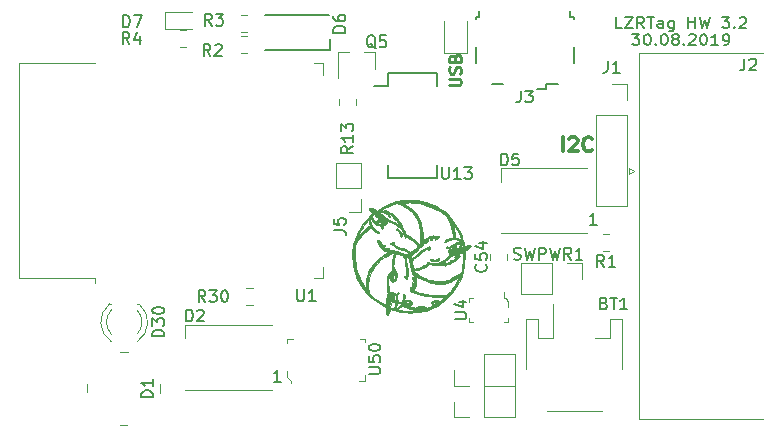
<source format=gbr>
G04 #@! TF.GenerationSoftware,KiCad,Pcbnew,7.0.9*
G04 #@! TF.CreationDate,2023-12-15T21:40:49-05:00*
G04 #@! TF.ProjectId,MainBoard,4d61696e-426f-4617-9264-2e6b69636164,rev?*
G04 #@! TF.SameCoordinates,Original*
G04 #@! TF.FileFunction,Legend,Top*
G04 #@! TF.FilePolarity,Positive*
%FSLAX46Y46*%
G04 Gerber Fmt 4.6, Leading zero omitted, Abs format (unit mm)*
G04 Created by KiCad (PCBNEW 7.0.9) date 2023-12-15 21:40:49*
%MOMM*%
%LPD*%
G01*
G04 APERTURE LIST*
%ADD10C,0.180000*%
%ADD11C,0.300000*%
%ADD12C,0.250000*%
%ADD13C,0.150000*%
%ADD14C,0.120000*%
%ADD15C,0.100000*%
%ADD16C,0.010000*%
G04 APERTURE END LIST*
D10*
X108817399Y-80606897D02*
X108341209Y-80606897D01*
X108341209Y-80606897D02*
X108341209Y-79706897D01*
X109055495Y-79706897D02*
X109722161Y-79706897D01*
X109722161Y-79706897D02*
X109055495Y-80606897D01*
X109055495Y-80606897D02*
X109722161Y-80606897D01*
X110674542Y-80606897D02*
X110341209Y-80178325D01*
X110103114Y-80606897D02*
X110103114Y-79706897D01*
X110103114Y-79706897D02*
X110484066Y-79706897D01*
X110484066Y-79706897D02*
X110579304Y-79749754D01*
X110579304Y-79749754D02*
X110626923Y-79792611D01*
X110626923Y-79792611D02*
X110674542Y-79878325D01*
X110674542Y-79878325D02*
X110674542Y-80006897D01*
X110674542Y-80006897D02*
X110626923Y-80092611D01*
X110626923Y-80092611D02*
X110579304Y-80135468D01*
X110579304Y-80135468D02*
X110484066Y-80178325D01*
X110484066Y-80178325D02*
X110103114Y-80178325D01*
X110960257Y-79706897D02*
X111531685Y-79706897D01*
X111245971Y-80606897D02*
X111245971Y-79706897D01*
X112293590Y-80606897D02*
X112293590Y-80135468D01*
X112293590Y-80135468D02*
X112245971Y-80049754D01*
X112245971Y-80049754D02*
X112150733Y-80006897D01*
X112150733Y-80006897D02*
X111960257Y-80006897D01*
X111960257Y-80006897D02*
X111865019Y-80049754D01*
X112293590Y-80564040D02*
X112198352Y-80606897D01*
X112198352Y-80606897D02*
X111960257Y-80606897D01*
X111960257Y-80606897D02*
X111865019Y-80564040D01*
X111865019Y-80564040D02*
X111817400Y-80478325D01*
X111817400Y-80478325D02*
X111817400Y-80392611D01*
X111817400Y-80392611D02*
X111865019Y-80306897D01*
X111865019Y-80306897D02*
X111960257Y-80264040D01*
X111960257Y-80264040D02*
X112198352Y-80264040D01*
X112198352Y-80264040D02*
X112293590Y-80221182D01*
X113198352Y-80006897D02*
X113198352Y-80735468D01*
X113198352Y-80735468D02*
X113150733Y-80821182D01*
X113150733Y-80821182D02*
X113103114Y-80864040D01*
X113103114Y-80864040D02*
X113007876Y-80906897D01*
X113007876Y-80906897D02*
X112865019Y-80906897D01*
X112865019Y-80906897D02*
X112769781Y-80864040D01*
X113198352Y-80564040D02*
X113103114Y-80606897D01*
X113103114Y-80606897D02*
X112912638Y-80606897D01*
X112912638Y-80606897D02*
X112817400Y-80564040D01*
X112817400Y-80564040D02*
X112769781Y-80521182D01*
X112769781Y-80521182D02*
X112722162Y-80435468D01*
X112722162Y-80435468D02*
X112722162Y-80178325D01*
X112722162Y-80178325D02*
X112769781Y-80092611D01*
X112769781Y-80092611D02*
X112817400Y-80049754D01*
X112817400Y-80049754D02*
X112912638Y-80006897D01*
X112912638Y-80006897D02*
X113103114Y-80006897D01*
X113103114Y-80006897D02*
X113198352Y-80049754D01*
X114436448Y-80606897D02*
X114436448Y-79706897D01*
X114436448Y-80135468D02*
X115007876Y-80135468D01*
X115007876Y-80606897D02*
X115007876Y-79706897D01*
X115388829Y-79706897D02*
X115626924Y-80606897D01*
X115626924Y-80606897D02*
X115817400Y-79964040D01*
X115817400Y-79964040D02*
X116007876Y-80606897D01*
X116007876Y-80606897D02*
X116245972Y-79706897D01*
X117293591Y-79706897D02*
X117912638Y-79706897D01*
X117912638Y-79706897D02*
X117579305Y-80049754D01*
X117579305Y-80049754D02*
X117722162Y-80049754D01*
X117722162Y-80049754D02*
X117817400Y-80092611D01*
X117817400Y-80092611D02*
X117865019Y-80135468D01*
X117865019Y-80135468D02*
X117912638Y-80221182D01*
X117912638Y-80221182D02*
X117912638Y-80435468D01*
X117912638Y-80435468D02*
X117865019Y-80521182D01*
X117865019Y-80521182D02*
X117817400Y-80564040D01*
X117817400Y-80564040D02*
X117722162Y-80606897D01*
X117722162Y-80606897D02*
X117436448Y-80606897D01*
X117436448Y-80606897D02*
X117341210Y-80564040D01*
X117341210Y-80564040D02*
X117293591Y-80521182D01*
X118341210Y-80521182D02*
X118388829Y-80564040D01*
X118388829Y-80564040D02*
X118341210Y-80606897D01*
X118341210Y-80606897D02*
X118293591Y-80564040D01*
X118293591Y-80564040D02*
X118341210Y-80521182D01*
X118341210Y-80521182D02*
X118341210Y-80606897D01*
X118769781Y-79792611D02*
X118817400Y-79749754D01*
X118817400Y-79749754D02*
X118912638Y-79706897D01*
X118912638Y-79706897D02*
X119150733Y-79706897D01*
X119150733Y-79706897D02*
X119245971Y-79749754D01*
X119245971Y-79749754D02*
X119293590Y-79792611D01*
X119293590Y-79792611D02*
X119341209Y-79878325D01*
X119341209Y-79878325D02*
X119341209Y-79964040D01*
X119341209Y-79964040D02*
X119293590Y-80092611D01*
X119293590Y-80092611D02*
X118722162Y-80606897D01*
X118722162Y-80606897D02*
X119341209Y-80606897D01*
X109674543Y-81155897D02*
X110293590Y-81155897D01*
X110293590Y-81155897D02*
X109960257Y-81498754D01*
X109960257Y-81498754D02*
X110103114Y-81498754D01*
X110103114Y-81498754D02*
X110198352Y-81541611D01*
X110198352Y-81541611D02*
X110245971Y-81584468D01*
X110245971Y-81584468D02*
X110293590Y-81670182D01*
X110293590Y-81670182D02*
X110293590Y-81884468D01*
X110293590Y-81884468D02*
X110245971Y-81970182D01*
X110245971Y-81970182D02*
X110198352Y-82013040D01*
X110198352Y-82013040D02*
X110103114Y-82055897D01*
X110103114Y-82055897D02*
X109817400Y-82055897D01*
X109817400Y-82055897D02*
X109722162Y-82013040D01*
X109722162Y-82013040D02*
X109674543Y-81970182D01*
X110912638Y-81155897D02*
X111007876Y-81155897D01*
X111007876Y-81155897D02*
X111103114Y-81198754D01*
X111103114Y-81198754D02*
X111150733Y-81241611D01*
X111150733Y-81241611D02*
X111198352Y-81327325D01*
X111198352Y-81327325D02*
X111245971Y-81498754D01*
X111245971Y-81498754D02*
X111245971Y-81713040D01*
X111245971Y-81713040D02*
X111198352Y-81884468D01*
X111198352Y-81884468D02*
X111150733Y-81970182D01*
X111150733Y-81970182D02*
X111103114Y-82013040D01*
X111103114Y-82013040D02*
X111007876Y-82055897D01*
X111007876Y-82055897D02*
X110912638Y-82055897D01*
X110912638Y-82055897D02*
X110817400Y-82013040D01*
X110817400Y-82013040D02*
X110769781Y-81970182D01*
X110769781Y-81970182D02*
X110722162Y-81884468D01*
X110722162Y-81884468D02*
X110674543Y-81713040D01*
X110674543Y-81713040D02*
X110674543Y-81498754D01*
X110674543Y-81498754D02*
X110722162Y-81327325D01*
X110722162Y-81327325D02*
X110769781Y-81241611D01*
X110769781Y-81241611D02*
X110817400Y-81198754D01*
X110817400Y-81198754D02*
X110912638Y-81155897D01*
X111674543Y-81970182D02*
X111722162Y-82013040D01*
X111722162Y-82013040D02*
X111674543Y-82055897D01*
X111674543Y-82055897D02*
X111626924Y-82013040D01*
X111626924Y-82013040D02*
X111674543Y-81970182D01*
X111674543Y-81970182D02*
X111674543Y-82055897D01*
X112341209Y-81155897D02*
X112436447Y-81155897D01*
X112436447Y-81155897D02*
X112531685Y-81198754D01*
X112531685Y-81198754D02*
X112579304Y-81241611D01*
X112579304Y-81241611D02*
X112626923Y-81327325D01*
X112626923Y-81327325D02*
X112674542Y-81498754D01*
X112674542Y-81498754D02*
X112674542Y-81713040D01*
X112674542Y-81713040D02*
X112626923Y-81884468D01*
X112626923Y-81884468D02*
X112579304Y-81970182D01*
X112579304Y-81970182D02*
X112531685Y-82013040D01*
X112531685Y-82013040D02*
X112436447Y-82055897D01*
X112436447Y-82055897D02*
X112341209Y-82055897D01*
X112341209Y-82055897D02*
X112245971Y-82013040D01*
X112245971Y-82013040D02*
X112198352Y-81970182D01*
X112198352Y-81970182D02*
X112150733Y-81884468D01*
X112150733Y-81884468D02*
X112103114Y-81713040D01*
X112103114Y-81713040D02*
X112103114Y-81498754D01*
X112103114Y-81498754D02*
X112150733Y-81327325D01*
X112150733Y-81327325D02*
X112198352Y-81241611D01*
X112198352Y-81241611D02*
X112245971Y-81198754D01*
X112245971Y-81198754D02*
X112341209Y-81155897D01*
X113245971Y-81541611D02*
X113150733Y-81498754D01*
X113150733Y-81498754D02*
X113103114Y-81455897D01*
X113103114Y-81455897D02*
X113055495Y-81370182D01*
X113055495Y-81370182D02*
X113055495Y-81327325D01*
X113055495Y-81327325D02*
X113103114Y-81241611D01*
X113103114Y-81241611D02*
X113150733Y-81198754D01*
X113150733Y-81198754D02*
X113245971Y-81155897D01*
X113245971Y-81155897D02*
X113436447Y-81155897D01*
X113436447Y-81155897D02*
X113531685Y-81198754D01*
X113531685Y-81198754D02*
X113579304Y-81241611D01*
X113579304Y-81241611D02*
X113626923Y-81327325D01*
X113626923Y-81327325D02*
X113626923Y-81370182D01*
X113626923Y-81370182D02*
X113579304Y-81455897D01*
X113579304Y-81455897D02*
X113531685Y-81498754D01*
X113531685Y-81498754D02*
X113436447Y-81541611D01*
X113436447Y-81541611D02*
X113245971Y-81541611D01*
X113245971Y-81541611D02*
X113150733Y-81584468D01*
X113150733Y-81584468D02*
X113103114Y-81627325D01*
X113103114Y-81627325D02*
X113055495Y-81713040D01*
X113055495Y-81713040D02*
X113055495Y-81884468D01*
X113055495Y-81884468D02*
X113103114Y-81970182D01*
X113103114Y-81970182D02*
X113150733Y-82013040D01*
X113150733Y-82013040D02*
X113245971Y-82055897D01*
X113245971Y-82055897D02*
X113436447Y-82055897D01*
X113436447Y-82055897D02*
X113531685Y-82013040D01*
X113531685Y-82013040D02*
X113579304Y-81970182D01*
X113579304Y-81970182D02*
X113626923Y-81884468D01*
X113626923Y-81884468D02*
X113626923Y-81713040D01*
X113626923Y-81713040D02*
X113579304Y-81627325D01*
X113579304Y-81627325D02*
X113531685Y-81584468D01*
X113531685Y-81584468D02*
X113436447Y-81541611D01*
X114055495Y-81970182D02*
X114103114Y-82013040D01*
X114103114Y-82013040D02*
X114055495Y-82055897D01*
X114055495Y-82055897D02*
X114007876Y-82013040D01*
X114007876Y-82013040D02*
X114055495Y-81970182D01*
X114055495Y-81970182D02*
X114055495Y-82055897D01*
X114484066Y-81241611D02*
X114531685Y-81198754D01*
X114531685Y-81198754D02*
X114626923Y-81155897D01*
X114626923Y-81155897D02*
X114865018Y-81155897D01*
X114865018Y-81155897D02*
X114960256Y-81198754D01*
X114960256Y-81198754D02*
X115007875Y-81241611D01*
X115007875Y-81241611D02*
X115055494Y-81327325D01*
X115055494Y-81327325D02*
X115055494Y-81413040D01*
X115055494Y-81413040D02*
X115007875Y-81541611D01*
X115007875Y-81541611D02*
X114436447Y-82055897D01*
X114436447Y-82055897D02*
X115055494Y-82055897D01*
X115674542Y-81155897D02*
X115769780Y-81155897D01*
X115769780Y-81155897D02*
X115865018Y-81198754D01*
X115865018Y-81198754D02*
X115912637Y-81241611D01*
X115912637Y-81241611D02*
X115960256Y-81327325D01*
X115960256Y-81327325D02*
X116007875Y-81498754D01*
X116007875Y-81498754D02*
X116007875Y-81713040D01*
X116007875Y-81713040D02*
X115960256Y-81884468D01*
X115960256Y-81884468D02*
X115912637Y-81970182D01*
X115912637Y-81970182D02*
X115865018Y-82013040D01*
X115865018Y-82013040D02*
X115769780Y-82055897D01*
X115769780Y-82055897D02*
X115674542Y-82055897D01*
X115674542Y-82055897D02*
X115579304Y-82013040D01*
X115579304Y-82013040D02*
X115531685Y-81970182D01*
X115531685Y-81970182D02*
X115484066Y-81884468D01*
X115484066Y-81884468D02*
X115436447Y-81713040D01*
X115436447Y-81713040D02*
X115436447Y-81498754D01*
X115436447Y-81498754D02*
X115484066Y-81327325D01*
X115484066Y-81327325D02*
X115531685Y-81241611D01*
X115531685Y-81241611D02*
X115579304Y-81198754D01*
X115579304Y-81198754D02*
X115674542Y-81155897D01*
X116960256Y-82055897D02*
X116388828Y-82055897D01*
X116674542Y-82055897D02*
X116674542Y-81155897D01*
X116674542Y-81155897D02*
X116579304Y-81284468D01*
X116579304Y-81284468D02*
X116484066Y-81370182D01*
X116484066Y-81370182D02*
X116388828Y-81413040D01*
X117436447Y-82055897D02*
X117626923Y-82055897D01*
X117626923Y-82055897D02*
X117722161Y-82013040D01*
X117722161Y-82013040D02*
X117769780Y-81970182D01*
X117769780Y-81970182D02*
X117865018Y-81841611D01*
X117865018Y-81841611D02*
X117912637Y-81670182D01*
X117912637Y-81670182D02*
X117912637Y-81327325D01*
X117912637Y-81327325D02*
X117865018Y-81241611D01*
X117865018Y-81241611D02*
X117817399Y-81198754D01*
X117817399Y-81198754D02*
X117722161Y-81155897D01*
X117722161Y-81155897D02*
X117531685Y-81155897D01*
X117531685Y-81155897D02*
X117436447Y-81198754D01*
X117436447Y-81198754D02*
X117388828Y-81241611D01*
X117388828Y-81241611D02*
X117341209Y-81327325D01*
X117341209Y-81327325D02*
X117341209Y-81541611D01*
X117341209Y-81541611D02*
X117388828Y-81627325D01*
X117388828Y-81627325D02*
X117436447Y-81670182D01*
X117436447Y-81670182D02*
X117531685Y-81713040D01*
X117531685Y-81713040D02*
X117722161Y-81713040D01*
X117722161Y-81713040D02*
X117817399Y-81670182D01*
X117817399Y-81670182D02*
X117865018Y-81627325D01*
X117865018Y-81627325D02*
X117912637Y-81541611D01*
D11*
X103857571Y-91090542D02*
X103857571Y-89890542D01*
X104371857Y-90004828D02*
X104429000Y-89947685D01*
X104429000Y-89947685D02*
X104543286Y-89890542D01*
X104543286Y-89890542D02*
X104829000Y-89890542D01*
X104829000Y-89890542D02*
X104943286Y-89947685D01*
X104943286Y-89947685D02*
X105000428Y-90004828D01*
X105000428Y-90004828D02*
X105057571Y-90119114D01*
X105057571Y-90119114D02*
X105057571Y-90233400D01*
X105057571Y-90233400D02*
X105000428Y-90404828D01*
X105000428Y-90404828D02*
X104314714Y-91090542D01*
X104314714Y-91090542D02*
X105057571Y-91090542D01*
X106257571Y-90976257D02*
X106200428Y-91033400D01*
X106200428Y-91033400D02*
X106029000Y-91090542D01*
X106029000Y-91090542D02*
X105914714Y-91090542D01*
X105914714Y-91090542D02*
X105743285Y-91033400D01*
X105743285Y-91033400D02*
X105629000Y-90919114D01*
X105629000Y-90919114D02*
X105571857Y-90804828D01*
X105571857Y-90804828D02*
X105514714Y-90576257D01*
X105514714Y-90576257D02*
X105514714Y-90404828D01*
X105514714Y-90404828D02*
X105571857Y-90176257D01*
X105571857Y-90176257D02*
X105629000Y-90061971D01*
X105629000Y-90061971D02*
X105743285Y-89947685D01*
X105743285Y-89947685D02*
X105914714Y-89890542D01*
X105914714Y-89890542D02*
X106029000Y-89890542D01*
X106029000Y-89890542D02*
X106200428Y-89947685D01*
X106200428Y-89947685D02*
X106257571Y-90004828D01*
D12*
X94191619Y-85488304D02*
X95001142Y-85488304D01*
X95001142Y-85488304D02*
X95096380Y-85440685D01*
X95096380Y-85440685D02*
X95144000Y-85393066D01*
X95144000Y-85393066D02*
X95191619Y-85297828D01*
X95191619Y-85297828D02*
X95191619Y-85107352D01*
X95191619Y-85107352D02*
X95144000Y-85012114D01*
X95144000Y-85012114D02*
X95096380Y-84964495D01*
X95096380Y-84964495D02*
X95001142Y-84916876D01*
X95001142Y-84916876D02*
X94191619Y-84916876D01*
X95144000Y-84488304D02*
X95191619Y-84345447D01*
X95191619Y-84345447D02*
X95191619Y-84107352D01*
X95191619Y-84107352D02*
X95144000Y-84012114D01*
X95144000Y-84012114D02*
X95096380Y-83964495D01*
X95096380Y-83964495D02*
X95001142Y-83916876D01*
X95001142Y-83916876D02*
X94905904Y-83916876D01*
X94905904Y-83916876D02*
X94810666Y-83964495D01*
X94810666Y-83964495D02*
X94763047Y-84012114D01*
X94763047Y-84012114D02*
X94715428Y-84107352D01*
X94715428Y-84107352D02*
X94667809Y-84297828D01*
X94667809Y-84297828D02*
X94620190Y-84393066D01*
X94620190Y-84393066D02*
X94572571Y-84440685D01*
X94572571Y-84440685D02*
X94477333Y-84488304D01*
X94477333Y-84488304D02*
X94382095Y-84488304D01*
X94382095Y-84488304D02*
X94286857Y-84440685D01*
X94286857Y-84440685D02*
X94239238Y-84393066D01*
X94239238Y-84393066D02*
X94191619Y-84297828D01*
X94191619Y-84297828D02*
X94191619Y-84059733D01*
X94191619Y-84059733D02*
X94239238Y-83916876D01*
X94667809Y-83154971D02*
X94715428Y-83012114D01*
X94715428Y-83012114D02*
X94763047Y-82964495D01*
X94763047Y-82964495D02*
X94858285Y-82916876D01*
X94858285Y-82916876D02*
X95001142Y-82916876D01*
X95001142Y-82916876D02*
X95096380Y-82964495D01*
X95096380Y-82964495D02*
X95144000Y-83012114D01*
X95144000Y-83012114D02*
X95191619Y-83107352D01*
X95191619Y-83107352D02*
X95191619Y-83488304D01*
X95191619Y-83488304D02*
X94191619Y-83488304D01*
X94191619Y-83488304D02*
X94191619Y-83154971D01*
X94191619Y-83154971D02*
X94239238Y-83059733D01*
X94239238Y-83059733D02*
X94286857Y-83012114D01*
X94286857Y-83012114D02*
X94382095Y-82964495D01*
X94382095Y-82964495D02*
X94477333Y-82964495D01*
X94477333Y-82964495D02*
X94572571Y-83012114D01*
X94572571Y-83012114D02*
X94620190Y-83059733D01*
X94620190Y-83059733D02*
X94667809Y-83154971D01*
X94667809Y-83154971D02*
X94667809Y-83488304D01*
D13*
X84417819Y-97742333D02*
X85132104Y-97742333D01*
X85132104Y-97742333D02*
X85274961Y-97789952D01*
X85274961Y-97789952D02*
X85370200Y-97885190D01*
X85370200Y-97885190D02*
X85417819Y-98028047D01*
X85417819Y-98028047D02*
X85417819Y-98123285D01*
X84417819Y-96789952D02*
X84417819Y-97266142D01*
X84417819Y-97266142D02*
X84894009Y-97313761D01*
X84894009Y-97313761D02*
X84846390Y-97266142D01*
X84846390Y-97266142D02*
X84798771Y-97170904D01*
X84798771Y-97170904D02*
X84798771Y-96932809D01*
X84798771Y-96932809D02*
X84846390Y-96837571D01*
X84846390Y-96837571D02*
X84894009Y-96789952D01*
X84894009Y-96789952D02*
X84989247Y-96742333D01*
X84989247Y-96742333D02*
X85227342Y-96742333D01*
X85227342Y-96742333D02*
X85322580Y-96789952D01*
X85322580Y-96789952D02*
X85370200Y-96837571D01*
X85370200Y-96837571D02*
X85417819Y-96932809D01*
X85417819Y-96932809D02*
X85417819Y-97170904D01*
X85417819Y-97170904D02*
X85370200Y-97266142D01*
X85370200Y-97266142D02*
X85322580Y-97313761D01*
X107300733Y-100861019D02*
X106967400Y-100384828D01*
X106729305Y-100861019D02*
X106729305Y-99861019D01*
X106729305Y-99861019D02*
X107110257Y-99861019D01*
X107110257Y-99861019D02*
X107205495Y-99908638D01*
X107205495Y-99908638D02*
X107253114Y-99956257D01*
X107253114Y-99956257D02*
X107300733Y-100051495D01*
X107300733Y-100051495D02*
X107300733Y-100194352D01*
X107300733Y-100194352D02*
X107253114Y-100289590D01*
X107253114Y-100289590D02*
X107205495Y-100337209D01*
X107205495Y-100337209D02*
X107110257Y-100384828D01*
X107110257Y-100384828D02*
X106729305Y-100384828D01*
X108253114Y-100861019D02*
X107681686Y-100861019D01*
X107967400Y-100861019D02*
X107967400Y-99861019D01*
X107967400Y-99861019D02*
X107872162Y-100003876D01*
X107872162Y-100003876D02*
X107776924Y-100099114D01*
X107776924Y-100099114D02*
X107681686Y-100146733D01*
X69111019Y-111888494D02*
X68111019Y-111888494D01*
X68111019Y-111888494D02*
X68111019Y-111650399D01*
X68111019Y-111650399D02*
X68158638Y-111507542D01*
X68158638Y-111507542D02*
X68253876Y-111412304D01*
X68253876Y-111412304D02*
X68349114Y-111364685D01*
X68349114Y-111364685D02*
X68539590Y-111317066D01*
X68539590Y-111317066D02*
X68682447Y-111317066D01*
X68682447Y-111317066D02*
X68872923Y-111364685D01*
X68872923Y-111364685D02*
X68968161Y-111412304D01*
X68968161Y-111412304D02*
X69063400Y-111507542D01*
X69063400Y-111507542D02*
X69111019Y-111650399D01*
X69111019Y-111650399D02*
X69111019Y-111888494D01*
X69111019Y-110364685D02*
X69111019Y-110936113D01*
X69111019Y-110650399D02*
X68111019Y-110650399D01*
X68111019Y-110650399D02*
X68253876Y-110745637D01*
X68253876Y-110745637D02*
X68349114Y-110840875D01*
X68349114Y-110840875D02*
X68396733Y-110936113D01*
X73975933Y-83004819D02*
X73642600Y-82528628D01*
X73404505Y-83004819D02*
X73404505Y-82004819D01*
X73404505Y-82004819D02*
X73785457Y-82004819D01*
X73785457Y-82004819D02*
X73880695Y-82052438D01*
X73880695Y-82052438D02*
X73928314Y-82100057D01*
X73928314Y-82100057D02*
X73975933Y-82195295D01*
X73975933Y-82195295D02*
X73975933Y-82338152D01*
X73975933Y-82338152D02*
X73928314Y-82433390D01*
X73928314Y-82433390D02*
X73880695Y-82481009D01*
X73880695Y-82481009D02*
X73785457Y-82528628D01*
X73785457Y-82528628D02*
X73404505Y-82528628D01*
X74356886Y-82100057D02*
X74404505Y-82052438D01*
X74404505Y-82052438D02*
X74499743Y-82004819D01*
X74499743Y-82004819D02*
X74737838Y-82004819D01*
X74737838Y-82004819D02*
X74833076Y-82052438D01*
X74833076Y-82052438D02*
X74880695Y-82100057D01*
X74880695Y-82100057D02*
X74928314Y-82195295D01*
X74928314Y-82195295D02*
X74928314Y-82290533D01*
X74928314Y-82290533D02*
X74880695Y-82433390D01*
X74880695Y-82433390D02*
X74309267Y-83004819D01*
X74309267Y-83004819D02*
X74928314Y-83004819D01*
X74077533Y-80439419D02*
X73744200Y-79963228D01*
X73506105Y-80439419D02*
X73506105Y-79439419D01*
X73506105Y-79439419D02*
X73887057Y-79439419D01*
X73887057Y-79439419D02*
X73982295Y-79487038D01*
X73982295Y-79487038D02*
X74029914Y-79534657D01*
X74029914Y-79534657D02*
X74077533Y-79629895D01*
X74077533Y-79629895D02*
X74077533Y-79772752D01*
X74077533Y-79772752D02*
X74029914Y-79867990D01*
X74029914Y-79867990D02*
X73982295Y-79915609D01*
X73982295Y-79915609D02*
X73887057Y-79963228D01*
X73887057Y-79963228D02*
X73506105Y-79963228D01*
X74410867Y-79439419D02*
X75029914Y-79439419D01*
X75029914Y-79439419D02*
X74696581Y-79820371D01*
X74696581Y-79820371D02*
X74839438Y-79820371D01*
X74839438Y-79820371D02*
X74934676Y-79867990D01*
X74934676Y-79867990D02*
X74982295Y-79915609D01*
X74982295Y-79915609D02*
X75029914Y-80010847D01*
X75029914Y-80010847D02*
X75029914Y-80248942D01*
X75029914Y-80248942D02*
X74982295Y-80344180D01*
X74982295Y-80344180D02*
X74934676Y-80391800D01*
X74934676Y-80391800D02*
X74839438Y-80439419D01*
X74839438Y-80439419D02*
X74553724Y-80439419D01*
X74553724Y-80439419D02*
X74458486Y-80391800D01*
X74458486Y-80391800D02*
X74410867Y-80344180D01*
X67117933Y-81988819D02*
X66784600Y-81512628D01*
X66546505Y-81988819D02*
X66546505Y-80988819D01*
X66546505Y-80988819D02*
X66927457Y-80988819D01*
X66927457Y-80988819D02*
X67022695Y-81036438D01*
X67022695Y-81036438D02*
X67070314Y-81084057D01*
X67070314Y-81084057D02*
X67117933Y-81179295D01*
X67117933Y-81179295D02*
X67117933Y-81322152D01*
X67117933Y-81322152D02*
X67070314Y-81417390D01*
X67070314Y-81417390D02*
X67022695Y-81465009D01*
X67022695Y-81465009D02*
X66927457Y-81512628D01*
X66927457Y-81512628D02*
X66546505Y-81512628D01*
X67975076Y-81322152D02*
X67975076Y-81988819D01*
X67736981Y-80941200D02*
X67498886Y-81655485D01*
X67498886Y-81655485D02*
X68117933Y-81655485D01*
X73550542Y-103832819D02*
X73217209Y-103356628D01*
X72979114Y-103832819D02*
X72979114Y-102832819D01*
X72979114Y-102832819D02*
X73360066Y-102832819D01*
X73360066Y-102832819D02*
X73455304Y-102880438D01*
X73455304Y-102880438D02*
X73502923Y-102928057D01*
X73502923Y-102928057D02*
X73550542Y-103023295D01*
X73550542Y-103023295D02*
X73550542Y-103166152D01*
X73550542Y-103166152D02*
X73502923Y-103261390D01*
X73502923Y-103261390D02*
X73455304Y-103309009D01*
X73455304Y-103309009D02*
X73360066Y-103356628D01*
X73360066Y-103356628D02*
X72979114Y-103356628D01*
X73883876Y-102832819D02*
X74502923Y-102832819D01*
X74502923Y-102832819D02*
X74169590Y-103213771D01*
X74169590Y-103213771D02*
X74312447Y-103213771D01*
X74312447Y-103213771D02*
X74407685Y-103261390D01*
X74407685Y-103261390D02*
X74455304Y-103309009D01*
X74455304Y-103309009D02*
X74502923Y-103404247D01*
X74502923Y-103404247D02*
X74502923Y-103642342D01*
X74502923Y-103642342D02*
X74455304Y-103737580D01*
X74455304Y-103737580D02*
X74407685Y-103785200D01*
X74407685Y-103785200D02*
X74312447Y-103832819D01*
X74312447Y-103832819D02*
X74026733Y-103832819D01*
X74026733Y-103832819D02*
X73931495Y-103785200D01*
X73931495Y-103785200D02*
X73883876Y-103737580D01*
X75121971Y-102832819D02*
X75217209Y-102832819D01*
X75217209Y-102832819D02*
X75312447Y-102880438D01*
X75312447Y-102880438D02*
X75360066Y-102928057D01*
X75360066Y-102928057D02*
X75407685Y-103023295D01*
X75407685Y-103023295D02*
X75455304Y-103213771D01*
X75455304Y-103213771D02*
X75455304Y-103451866D01*
X75455304Y-103451866D02*
X75407685Y-103642342D01*
X75407685Y-103642342D02*
X75360066Y-103737580D01*
X75360066Y-103737580D02*
X75312447Y-103785200D01*
X75312447Y-103785200D02*
X75217209Y-103832819D01*
X75217209Y-103832819D02*
X75121971Y-103832819D01*
X75121971Y-103832819D02*
X75026733Y-103785200D01*
X75026733Y-103785200D02*
X74979114Y-103737580D01*
X74979114Y-103737580D02*
X74931495Y-103642342D01*
X74931495Y-103642342D02*
X74883876Y-103451866D01*
X74883876Y-103451866D02*
X74883876Y-103213771D01*
X74883876Y-103213771D02*
X74931495Y-103023295D01*
X74931495Y-103023295D02*
X74979114Y-102928057D01*
X74979114Y-102928057D02*
X75026733Y-102880438D01*
X75026733Y-102880438D02*
X75121971Y-102832819D01*
X94654019Y-105282904D02*
X95463542Y-105282904D01*
X95463542Y-105282904D02*
X95558780Y-105235285D01*
X95558780Y-105235285D02*
X95606400Y-105187666D01*
X95606400Y-105187666D02*
X95654019Y-105092428D01*
X95654019Y-105092428D02*
X95654019Y-104901952D01*
X95654019Y-104901952D02*
X95606400Y-104806714D01*
X95606400Y-104806714D02*
X95558780Y-104759095D01*
X95558780Y-104759095D02*
X95463542Y-104711476D01*
X95463542Y-104711476D02*
X94654019Y-104711476D01*
X94987352Y-103806714D02*
X95654019Y-103806714D01*
X94606400Y-104044809D02*
X95320685Y-104282904D01*
X95320685Y-104282904D02*
X95320685Y-103663857D01*
X100250666Y-85936619D02*
X100250666Y-86650904D01*
X100250666Y-86650904D02*
X100203047Y-86793761D01*
X100203047Y-86793761D02*
X100107809Y-86889000D01*
X100107809Y-86889000D02*
X99964952Y-86936619D01*
X99964952Y-86936619D02*
X99869714Y-86936619D01*
X100631619Y-85936619D02*
X101250666Y-85936619D01*
X101250666Y-85936619D02*
X100917333Y-86317571D01*
X100917333Y-86317571D02*
X101060190Y-86317571D01*
X101060190Y-86317571D02*
X101155428Y-86365190D01*
X101155428Y-86365190D02*
X101203047Y-86412809D01*
X101203047Y-86412809D02*
X101250666Y-86508047D01*
X101250666Y-86508047D02*
X101250666Y-86746142D01*
X101250666Y-86746142D02*
X101203047Y-86841380D01*
X101203047Y-86841380D02*
X101155428Y-86889000D01*
X101155428Y-86889000D02*
X101060190Y-86936619D01*
X101060190Y-86936619D02*
X100774476Y-86936619D01*
X100774476Y-86936619D02*
X100679238Y-86889000D01*
X100679238Y-86889000D02*
X100631619Y-86841380D01*
X93580105Y-92418819D02*
X93580105Y-93228342D01*
X93580105Y-93228342D02*
X93627724Y-93323580D01*
X93627724Y-93323580D02*
X93675343Y-93371200D01*
X93675343Y-93371200D02*
X93770581Y-93418819D01*
X93770581Y-93418819D02*
X93961057Y-93418819D01*
X93961057Y-93418819D02*
X94056295Y-93371200D01*
X94056295Y-93371200D02*
X94103914Y-93323580D01*
X94103914Y-93323580D02*
X94151533Y-93228342D01*
X94151533Y-93228342D02*
X94151533Y-92418819D01*
X95151533Y-93418819D02*
X94580105Y-93418819D01*
X94865819Y-93418819D02*
X94865819Y-92418819D01*
X94865819Y-92418819D02*
X94770581Y-92561676D01*
X94770581Y-92561676D02*
X94675343Y-92656914D01*
X94675343Y-92656914D02*
X94580105Y-92704533D01*
X95484867Y-92418819D02*
X96103914Y-92418819D01*
X96103914Y-92418819D02*
X95770581Y-92799771D01*
X95770581Y-92799771D02*
X95913438Y-92799771D01*
X95913438Y-92799771D02*
X96008676Y-92847390D01*
X96008676Y-92847390D02*
X96056295Y-92895009D01*
X96056295Y-92895009D02*
X96103914Y-92990247D01*
X96103914Y-92990247D02*
X96103914Y-93228342D01*
X96103914Y-93228342D02*
X96056295Y-93323580D01*
X96056295Y-93323580D02*
X96008676Y-93371200D01*
X96008676Y-93371200D02*
X95913438Y-93418819D01*
X95913438Y-93418819D02*
X95627724Y-93418819D01*
X95627724Y-93418819D02*
X95532486Y-93371200D01*
X95532486Y-93371200D02*
X95484867Y-93323580D01*
X87966561Y-82363457D02*
X87871323Y-82315838D01*
X87871323Y-82315838D02*
X87776085Y-82220600D01*
X87776085Y-82220600D02*
X87633228Y-82077742D01*
X87633228Y-82077742D02*
X87537990Y-82030123D01*
X87537990Y-82030123D02*
X87442752Y-82030123D01*
X87490371Y-82268219D02*
X87395133Y-82220600D01*
X87395133Y-82220600D02*
X87299895Y-82125361D01*
X87299895Y-82125361D02*
X87252276Y-81934885D01*
X87252276Y-81934885D02*
X87252276Y-81601552D01*
X87252276Y-81601552D02*
X87299895Y-81411076D01*
X87299895Y-81411076D02*
X87395133Y-81315838D01*
X87395133Y-81315838D02*
X87490371Y-81268219D01*
X87490371Y-81268219D02*
X87680847Y-81268219D01*
X87680847Y-81268219D02*
X87776085Y-81315838D01*
X87776085Y-81315838D02*
X87871323Y-81411076D01*
X87871323Y-81411076D02*
X87918942Y-81601552D01*
X87918942Y-81601552D02*
X87918942Y-81934885D01*
X87918942Y-81934885D02*
X87871323Y-82125361D01*
X87871323Y-82125361D02*
X87776085Y-82220600D01*
X87776085Y-82220600D02*
X87680847Y-82268219D01*
X87680847Y-82268219D02*
X87490371Y-82268219D01*
X88823704Y-81268219D02*
X88347514Y-81268219D01*
X88347514Y-81268219D02*
X88299895Y-81744409D01*
X88299895Y-81744409D02*
X88347514Y-81696790D01*
X88347514Y-81696790D02*
X88442752Y-81649171D01*
X88442752Y-81649171D02*
X88680847Y-81649171D01*
X88680847Y-81649171D02*
X88776085Y-81696790D01*
X88776085Y-81696790D02*
X88823704Y-81744409D01*
X88823704Y-81744409D02*
X88871323Y-81839647D01*
X88871323Y-81839647D02*
X88871323Y-82077742D01*
X88871323Y-82077742D02*
X88823704Y-82172980D01*
X88823704Y-82172980D02*
X88776085Y-82220600D01*
X88776085Y-82220600D02*
X88680847Y-82268219D01*
X88680847Y-82268219D02*
X88442752Y-82268219D01*
X88442752Y-82268219D02*
X88347514Y-82220600D01*
X88347514Y-82220600D02*
X88299895Y-82172980D01*
X86052819Y-90635057D02*
X85576628Y-90968390D01*
X86052819Y-91206485D02*
X85052819Y-91206485D01*
X85052819Y-91206485D02*
X85052819Y-90825533D01*
X85052819Y-90825533D02*
X85100438Y-90730295D01*
X85100438Y-90730295D02*
X85148057Y-90682676D01*
X85148057Y-90682676D02*
X85243295Y-90635057D01*
X85243295Y-90635057D02*
X85386152Y-90635057D01*
X85386152Y-90635057D02*
X85481390Y-90682676D01*
X85481390Y-90682676D02*
X85529009Y-90730295D01*
X85529009Y-90730295D02*
X85576628Y-90825533D01*
X85576628Y-90825533D02*
X85576628Y-91206485D01*
X86052819Y-89682676D02*
X86052819Y-90254104D01*
X86052819Y-89968390D02*
X85052819Y-89968390D01*
X85052819Y-89968390D02*
X85195676Y-90063628D01*
X85195676Y-90063628D02*
X85290914Y-90158866D01*
X85290914Y-90158866D02*
X85338533Y-90254104D01*
X85052819Y-89349342D02*
X85052819Y-88730295D01*
X85052819Y-88730295D02*
X85433771Y-89063628D01*
X85433771Y-89063628D02*
X85433771Y-88920771D01*
X85433771Y-88920771D02*
X85481390Y-88825533D01*
X85481390Y-88825533D02*
X85529009Y-88777914D01*
X85529009Y-88777914D02*
X85624247Y-88730295D01*
X85624247Y-88730295D02*
X85862342Y-88730295D01*
X85862342Y-88730295D02*
X85957580Y-88777914D01*
X85957580Y-88777914D02*
X86005200Y-88825533D01*
X86005200Y-88825533D02*
X86052819Y-88920771D01*
X86052819Y-88920771D02*
X86052819Y-89206485D01*
X86052819Y-89206485D02*
X86005200Y-89301723D01*
X86005200Y-89301723D02*
X85957580Y-89349342D01*
X87364219Y-109924694D02*
X88173742Y-109924694D01*
X88173742Y-109924694D02*
X88268980Y-109877075D01*
X88268980Y-109877075D02*
X88316600Y-109829456D01*
X88316600Y-109829456D02*
X88364219Y-109734218D01*
X88364219Y-109734218D02*
X88364219Y-109543742D01*
X88364219Y-109543742D02*
X88316600Y-109448504D01*
X88316600Y-109448504D02*
X88268980Y-109400885D01*
X88268980Y-109400885D02*
X88173742Y-109353266D01*
X88173742Y-109353266D02*
X87364219Y-109353266D01*
X87364219Y-108400885D02*
X87364219Y-108877075D01*
X87364219Y-108877075D02*
X87840409Y-108924694D01*
X87840409Y-108924694D02*
X87792790Y-108877075D01*
X87792790Y-108877075D02*
X87745171Y-108781837D01*
X87745171Y-108781837D02*
X87745171Y-108543742D01*
X87745171Y-108543742D02*
X87792790Y-108448504D01*
X87792790Y-108448504D02*
X87840409Y-108400885D01*
X87840409Y-108400885D02*
X87935647Y-108353266D01*
X87935647Y-108353266D02*
X88173742Y-108353266D01*
X88173742Y-108353266D02*
X88268980Y-108400885D01*
X88268980Y-108400885D02*
X88316600Y-108448504D01*
X88316600Y-108448504D02*
X88364219Y-108543742D01*
X88364219Y-108543742D02*
X88364219Y-108781837D01*
X88364219Y-108781837D02*
X88316600Y-108877075D01*
X88316600Y-108877075D02*
X88268980Y-108924694D01*
X87364219Y-107734218D02*
X87364219Y-107638980D01*
X87364219Y-107638980D02*
X87411838Y-107543742D01*
X87411838Y-107543742D02*
X87459457Y-107496123D01*
X87459457Y-107496123D02*
X87554695Y-107448504D01*
X87554695Y-107448504D02*
X87745171Y-107400885D01*
X87745171Y-107400885D02*
X87983266Y-107400885D01*
X87983266Y-107400885D02*
X88173742Y-107448504D01*
X88173742Y-107448504D02*
X88268980Y-107496123D01*
X88268980Y-107496123D02*
X88316600Y-107543742D01*
X88316600Y-107543742D02*
X88364219Y-107638980D01*
X88364219Y-107638980D02*
X88364219Y-107734218D01*
X88364219Y-107734218D02*
X88316600Y-107829456D01*
X88316600Y-107829456D02*
X88268980Y-107877075D01*
X88268980Y-107877075D02*
X88173742Y-107924694D01*
X88173742Y-107924694D02*
X87983266Y-107972313D01*
X87983266Y-107972313D02*
X87745171Y-107972313D01*
X87745171Y-107972313D02*
X87554695Y-107924694D01*
X87554695Y-107924694D02*
X87459457Y-107877075D01*
X87459457Y-107877075D02*
X87411838Y-107829456D01*
X87411838Y-107829456D02*
X87364219Y-107734218D01*
X97298680Y-100655357D02*
X97346300Y-100702976D01*
X97346300Y-100702976D02*
X97393919Y-100845833D01*
X97393919Y-100845833D02*
X97393919Y-100941071D01*
X97393919Y-100941071D02*
X97346300Y-101083928D01*
X97346300Y-101083928D02*
X97251061Y-101179166D01*
X97251061Y-101179166D02*
X97155823Y-101226785D01*
X97155823Y-101226785D02*
X96965347Y-101274404D01*
X96965347Y-101274404D02*
X96822490Y-101274404D01*
X96822490Y-101274404D02*
X96632014Y-101226785D01*
X96632014Y-101226785D02*
X96536776Y-101179166D01*
X96536776Y-101179166D02*
X96441538Y-101083928D01*
X96441538Y-101083928D02*
X96393919Y-100941071D01*
X96393919Y-100941071D02*
X96393919Y-100845833D01*
X96393919Y-100845833D02*
X96441538Y-100702976D01*
X96441538Y-100702976D02*
X96489157Y-100655357D01*
X96393919Y-99750595D02*
X96393919Y-100226785D01*
X96393919Y-100226785D02*
X96870109Y-100274404D01*
X96870109Y-100274404D02*
X96822490Y-100226785D01*
X96822490Y-100226785D02*
X96774871Y-100131547D01*
X96774871Y-100131547D02*
X96774871Y-99893452D01*
X96774871Y-99893452D02*
X96822490Y-99798214D01*
X96822490Y-99798214D02*
X96870109Y-99750595D01*
X96870109Y-99750595D02*
X96965347Y-99702976D01*
X96965347Y-99702976D02*
X97203442Y-99702976D01*
X97203442Y-99702976D02*
X97298680Y-99750595D01*
X97298680Y-99750595D02*
X97346300Y-99798214D01*
X97346300Y-99798214D02*
X97393919Y-99893452D01*
X97393919Y-99893452D02*
X97393919Y-100131547D01*
X97393919Y-100131547D02*
X97346300Y-100226785D01*
X97346300Y-100226785D02*
X97298680Y-100274404D01*
X96727252Y-98845833D02*
X97393919Y-98845833D01*
X96346300Y-99083928D02*
X97060585Y-99322023D01*
X97060585Y-99322023D02*
X97060585Y-98702976D01*
X107616666Y-83425819D02*
X107616666Y-84140104D01*
X107616666Y-84140104D02*
X107569047Y-84282961D01*
X107569047Y-84282961D02*
X107473809Y-84378200D01*
X107473809Y-84378200D02*
X107330952Y-84425819D01*
X107330952Y-84425819D02*
X107235714Y-84425819D01*
X108616666Y-84425819D02*
X108045238Y-84425819D01*
X108330952Y-84425819D02*
X108330952Y-83425819D01*
X108330952Y-83425819D02*
X108235714Y-83568676D01*
X108235714Y-83568676D02*
X108140476Y-83663914D01*
X108140476Y-83663914D02*
X108045238Y-83711533D01*
X66571905Y-80566419D02*
X66571905Y-79566419D01*
X66571905Y-79566419D02*
X66810000Y-79566419D01*
X66810000Y-79566419D02*
X66952857Y-79614038D01*
X66952857Y-79614038D02*
X67048095Y-79709276D01*
X67048095Y-79709276D02*
X67095714Y-79804514D01*
X67095714Y-79804514D02*
X67143333Y-79994990D01*
X67143333Y-79994990D02*
X67143333Y-80137847D01*
X67143333Y-80137847D02*
X67095714Y-80328323D01*
X67095714Y-80328323D02*
X67048095Y-80423561D01*
X67048095Y-80423561D02*
X66952857Y-80518800D01*
X66952857Y-80518800D02*
X66810000Y-80566419D01*
X66810000Y-80566419D02*
X66571905Y-80566419D01*
X67476667Y-79566419D02*
X68143333Y-79566419D01*
X68143333Y-79566419D02*
X67714762Y-80566419D01*
X85392419Y-81027494D02*
X84392419Y-81027494D01*
X84392419Y-81027494D02*
X84392419Y-80789399D01*
X84392419Y-80789399D02*
X84440038Y-80646542D01*
X84440038Y-80646542D02*
X84535276Y-80551304D01*
X84535276Y-80551304D02*
X84630514Y-80503685D01*
X84630514Y-80503685D02*
X84820990Y-80456066D01*
X84820990Y-80456066D02*
X84963847Y-80456066D01*
X84963847Y-80456066D02*
X85154323Y-80503685D01*
X85154323Y-80503685D02*
X85249561Y-80551304D01*
X85249561Y-80551304D02*
X85344800Y-80646542D01*
X85344800Y-80646542D02*
X85392419Y-80789399D01*
X85392419Y-80789399D02*
X85392419Y-81027494D01*
X84392419Y-79598923D02*
X84392419Y-79789399D01*
X84392419Y-79789399D02*
X84440038Y-79884637D01*
X84440038Y-79884637D02*
X84487657Y-79932256D01*
X84487657Y-79932256D02*
X84630514Y-80027494D01*
X84630514Y-80027494D02*
X84820990Y-80075113D01*
X84820990Y-80075113D02*
X85201942Y-80075113D01*
X85201942Y-80075113D02*
X85297180Y-80027494D01*
X85297180Y-80027494D02*
X85344800Y-79979875D01*
X85344800Y-79979875D02*
X85392419Y-79884637D01*
X85392419Y-79884637D02*
X85392419Y-79694161D01*
X85392419Y-79694161D02*
X85344800Y-79598923D01*
X85344800Y-79598923D02*
X85297180Y-79551304D01*
X85297180Y-79551304D02*
X85201942Y-79503685D01*
X85201942Y-79503685D02*
X84963847Y-79503685D01*
X84963847Y-79503685D02*
X84868609Y-79551304D01*
X84868609Y-79551304D02*
X84820990Y-79598923D01*
X84820990Y-79598923D02*
X84773371Y-79694161D01*
X84773371Y-79694161D02*
X84773371Y-79884637D01*
X84773371Y-79884637D02*
X84820990Y-79979875D01*
X84820990Y-79979875D02*
X84868609Y-80027494D01*
X84868609Y-80027494D02*
X84963847Y-80075113D01*
X99660438Y-100203800D02*
X99803295Y-100251419D01*
X99803295Y-100251419D02*
X100041390Y-100251419D01*
X100041390Y-100251419D02*
X100136628Y-100203800D01*
X100136628Y-100203800D02*
X100184247Y-100156180D01*
X100184247Y-100156180D02*
X100231866Y-100060942D01*
X100231866Y-100060942D02*
X100231866Y-99965704D01*
X100231866Y-99965704D02*
X100184247Y-99870466D01*
X100184247Y-99870466D02*
X100136628Y-99822847D01*
X100136628Y-99822847D02*
X100041390Y-99775228D01*
X100041390Y-99775228D02*
X99850914Y-99727609D01*
X99850914Y-99727609D02*
X99755676Y-99679990D01*
X99755676Y-99679990D02*
X99708057Y-99632371D01*
X99708057Y-99632371D02*
X99660438Y-99537133D01*
X99660438Y-99537133D02*
X99660438Y-99441895D01*
X99660438Y-99441895D02*
X99708057Y-99346657D01*
X99708057Y-99346657D02*
X99755676Y-99299038D01*
X99755676Y-99299038D02*
X99850914Y-99251419D01*
X99850914Y-99251419D02*
X100089009Y-99251419D01*
X100089009Y-99251419D02*
X100231866Y-99299038D01*
X100565200Y-99251419D02*
X100803295Y-100251419D01*
X100803295Y-100251419D02*
X100993771Y-99537133D01*
X100993771Y-99537133D02*
X101184247Y-100251419D01*
X101184247Y-100251419D02*
X101422343Y-99251419D01*
X101803295Y-100251419D02*
X101803295Y-99251419D01*
X101803295Y-99251419D02*
X102184247Y-99251419D01*
X102184247Y-99251419D02*
X102279485Y-99299038D01*
X102279485Y-99299038D02*
X102327104Y-99346657D01*
X102327104Y-99346657D02*
X102374723Y-99441895D01*
X102374723Y-99441895D02*
X102374723Y-99584752D01*
X102374723Y-99584752D02*
X102327104Y-99679990D01*
X102327104Y-99679990D02*
X102279485Y-99727609D01*
X102279485Y-99727609D02*
X102184247Y-99775228D01*
X102184247Y-99775228D02*
X101803295Y-99775228D01*
X102708057Y-99251419D02*
X102946152Y-100251419D01*
X102946152Y-100251419D02*
X103136628Y-99537133D01*
X103136628Y-99537133D02*
X103327104Y-100251419D01*
X103327104Y-100251419D02*
X103565200Y-99251419D01*
X104517580Y-100251419D02*
X104184247Y-99775228D01*
X103946152Y-100251419D02*
X103946152Y-99251419D01*
X103946152Y-99251419D02*
X104327104Y-99251419D01*
X104327104Y-99251419D02*
X104422342Y-99299038D01*
X104422342Y-99299038D02*
X104469961Y-99346657D01*
X104469961Y-99346657D02*
X104517580Y-99441895D01*
X104517580Y-99441895D02*
X104517580Y-99584752D01*
X104517580Y-99584752D02*
X104469961Y-99679990D01*
X104469961Y-99679990D02*
X104422342Y-99727609D01*
X104422342Y-99727609D02*
X104327104Y-99775228D01*
X104327104Y-99775228D02*
X103946152Y-99775228D01*
X105469961Y-100251419D02*
X104898533Y-100251419D01*
X105184247Y-100251419D02*
X105184247Y-99251419D01*
X105184247Y-99251419D02*
X105089009Y-99394276D01*
X105089009Y-99394276D02*
X104993771Y-99489514D01*
X104993771Y-99489514D02*
X104898533Y-99537133D01*
X119186366Y-83224019D02*
X119186366Y-83938304D01*
X119186366Y-83938304D02*
X119138747Y-84081161D01*
X119138747Y-84081161D02*
X119043509Y-84176400D01*
X119043509Y-84176400D02*
X118900652Y-84224019D01*
X118900652Y-84224019D02*
X118805414Y-84224019D01*
X119614938Y-83319257D02*
X119662557Y-83271638D01*
X119662557Y-83271638D02*
X119757795Y-83224019D01*
X119757795Y-83224019D02*
X119995890Y-83224019D01*
X119995890Y-83224019D02*
X120091128Y-83271638D01*
X120091128Y-83271638D02*
X120138747Y-83319257D01*
X120138747Y-83319257D02*
X120186366Y-83414495D01*
X120186366Y-83414495D02*
X120186366Y-83509733D01*
X120186366Y-83509733D02*
X120138747Y-83652590D01*
X120138747Y-83652590D02*
X119567319Y-84224019D01*
X119567319Y-84224019D02*
X120186366Y-84224019D01*
X107291285Y-103944009D02*
X107434142Y-103991628D01*
X107434142Y-103991628D02*
X107481761Y-104039247D01*
X107481761Y-104039247D02*
X107529380Y-104134485D01*
X107529380Y-104134485D02*
X107529380Y-104277342D01*
X107529380Y-104277342D02*
X107481761Y-104372580D01*
X107481761Y-104372580D02*
X107434142Y-104420200D01*
X107434142Y-104420200D02*
X107338904Y-104467819D01*
X107338904Y-104467819D02*
X106957952Y-104467819D01*
X106957952Y-104467819D02*
X106957952Y-103467819D01*
X106957952Y-103467819D02*
X107291285Y-103467819D01*
X107291285Y-103467819D02*
X107386523Y-103515438D01*
X107386523Y-103515438D02*
X107434142Y-103563057D01*
X107434142Y-103563057D02*
X107481761Y-103658295D01*
X107481761Y-103658295D02*
X107481761Y-103753533D01*
X107481761Y-103753533D02*
X107434142Y-103848771D01*
X107434142Y-103848771D02*
X107386523Y-103896390D01*
X107386523Y-103896390D02*
X107291285Y-103944009D01*
X107291285Y-103944009D02*
X106957952Y-103944009D01*
X107815095Y-103467819D02*
X108386523Y-103467819D01*
X108100809Y-104467819D02*
X108100809Y-103467819D01*
X109243666Y-104467819D02*
X108672238Y-104467819D01*
X108957952Y-104467819D02*
X108957952Y-103467819D01*
X108957952Y-103467819D02*
X108862714Y-103610676D01*
X108862714Y-103610676D02*
X108767476Y-103705914D01*
X108767476Y-103705914D02*
X108672238Y-103753533D01*
X98575905Y-92275819D02*
X98575905Y-91275819D01*
X98575905Y-91275819D02*
X98814000Y-91275819D01*
X98814000Y-91275819D02*
X98956857Y-91323438D01*
X98956857Y-91323438D02*
X99052095Y-91418676D01*
X99052095Y-91418676D02*
X99099714Y-91513914D01*
X99099714Y-91513914D02*
X99147333Y-91704390D01*
X99147333Y-91704390D02*
X99147333Y-91847247D01*
X99147333Y-91847247D02*
X99099714Y-92037723D01*
X99099714Y-92037723D02*
X99052095Y-92132961D01*
X99052095Y-92132961D02*
X98956857Y-92228200D01*
X98956857Y-92228200D02*
X98814000Y-92275819D01*
X98814000Y-92275819D02*
X98575905Y-92275819D01*
X100052095Y-91275819D02*
X99575905Y-91275819D01*
X99575905Y-91275819D02*
X99528286Y-91752009D01*
X99528286Y-91752009D02*
X99575905Y-91704390D01*
X99575905Y-91704390D02*
X99671143Y-91656771D01*
X99671143Y-91656771D02*
X99909238Y-91656771D01*
X99909238Y-91656771D02*
X100004476Y-91704390D01*
X100004476Y-91704390D02*
X100052095Y-91752009D01*
X100052095Y-91752009D02*
X100099714Y-91847247D01*
X100099714Y-91847247D02*
X100099714Y-92085342D01*
X100099714Y-92085342D02*
X100052095Y-92180580D01*
X100052095Y-92180580D02*
X100004476Y-92228200D01*
X100004476Y-92228200D02*
X99909238Y-92275819D01*
X99909238Y-92275819D02*
X99671143Y-92275819D01*
X99671143Y-92275819D02*
X99575905Y-92228200D01*
X99575905Y-92228200D02*
X99528286Y-92180580D01*
X106670714Y-97304819D02*
X106099286Y-97304819D01*
X106385000Y-97304819D02*
X106385000Y-96304819D01*
X106385000Y-96304819D02*
X106289762Y-96447676D01*
X106289762Y-96447676D02*
X106194524Y-96542914D01*
X106194524Y-96542914D02*
X106099286Y-96590533D01*
X71905905Y-105483819D02*
X71905905Y-104483819D01*
X71905905Y-104483819D02*
X72144000Y-104483819D01*
X72144000Y-104483819D02*
X72286857Y-104531438D01*
X72286857Y-104531438D02*
X72382095Y-104626676D01*
X72382095Y-104626676D02*
X72429714Y-104721914D01*
X72429714Y-104721914D02*
X72477333Y-104912390D01*
X72477333Y-104912390D02*
X72477333Y-105055247D01*
X72477333Y-105055247D02*
X72429714Y-105245723D01*
X72429714Y-105245723D02*
X72382095Y-105340961D01*
X72382095Y-105340961D02*
X72286857Y-105436200D01*
X72286857Y-105436200D02*
X72144000Y-105483819D01*
X72144000Y-105483819D02*
X71905905Y-105483819D01*
X72858286Y-104579057D02*
X72905905Y-104531438D01*
X72905905Y-104531438D02*
X73001143Y-104483819D01*
X73001143Y-104483819D02*
X73239238Y-104483819D01*
X73239238Y-104483819D02*
X73334476Y-104531438D01*
X73334476Y-104531438D02*
X73382095Y-104579057D01*
X73382095Y-104579057D02*
X73429714Y-104674295D01*
X73429714Y-104674295D02*
X73429714Y-104769533D01*
X73429714Y-104769533D02*
X73382095Y-104912390D01*
X73382095Y-104912390D02*
X72810667Y-105483819D01*
X72810667Y-105483819D02*
X73429714Y-105483819D01*
X79937214Y-110576319D02*
X79365786Y-110576319D01*
X79651500Y-110576319D02*
X79651500Y-109576319D01*
X79651500Y-109576319D02*
X79556262Y-109719176D01*
X79556262Y-109719176D02*
X79461024Y-109814414D01*
X79461024Y-109814414D02*
X79365786Y-109862033D01*
X70050819Y-106751285D02*
X69050819Y-106751285D01*
X69050819Y-106751285D02*
X69050819Y-106513190D01*
X69050819Y-106513190D02*
X69098438Y-106370333D01*
X69098438Y-106370333D02*
X69193676Y-106275095D01*
X69193676Y-106275095D02*
X69288914Y-106227476D01*
X69288914Y-106227476D02*
X69479390Y-106179857D01*
X69479390Y-106179857D02*
X69622247Y-106179857D01*
X69622247Y-106179857D02*
X69812723Y-106227476D01*
X69812723Y-106227476D02*
X69907961Y-106275095D01*
X69907961Y-106275095D02*
X70003200Y-106370333D01*
X70003200Y-106370333D02*
X70050819Y-106513190D01*
X70050819Y-106513190D02*
X70050819Y-106751285D01*
X69050819Y-105846523D02*
X69050819Y-105227476D01*
X69050819Y-105227476D02*
X69431771Y-105560809D01*
X69431771Y-105560809D02*
X69431771Y-105417952D01*
X69431771Y-105417952D02*
X69479390Y-105322714D01*
X69479390Y-105322714D02*
X69527009Y-105275095D01*
X69527009Y-105275095D02*
X69622247Y-105227476D01*
X69622247Y-105227476D02*
X69860342Y-105227476D01*
X69860342Y-105227476D02*
X69955580Y-105275095D01*
X69955580Y-105275095D02*
X70003200Y-105322714D01*
X70003200Y-105322714D02*
X70050819Y-105417952D01*
X70050819Y-105417952D02*
X70050819Y-105703666D01*
X70050819Y-105703666D02*
X70003200Y-105798904D01*
X70003200Y-105798904D02*
X69955580Y-105846523D01*
X69050819Y-104608428D02*
X69050819Y-104513190D01*
X69050819Y-104513190D02*
X69098438Y-104417952D01*
X69098438Y-104417952D02*
X69146057Y-104370333D01*
X69146057Y-104370333D02*
X69241295Y-104322714D01*
X69241295Y-104322714D02*
X69431771Y-104275095D01*
X69431771Y-104275095D02*
X69669866Y-104275095D01*
X69669866Y-104275095D02*
X69860342Y-104322714D01*
X69860342Y-104322714D02*
X69955580Y-104370333D01*
X69955580Y-104370333D02*
X70003200Y-104417952D01*
X70003200Y-104417952D02*
X70050819Y-104513190D01*
X70050819Y-104513190D02*
X70050819Y-104608428D01*
X70050819Y-104608428D02*
X70003200Y-104703666D01*
X70003200Y-104703666D02*
X69955580Y-104751285D01*
X69955580Y-104751285D02*
X69860342Y-104798904D01*
X69860342Y-104798904D02*
X69669866Y-104846523D01*
X69669866Y-104846523D02*
X69431771Y-104846523D01*
X69431771Y-104846523D02*
X69241295Y-104798904D01*
X69241295Y-104798904D02*
X69146057Y-104751285D01*
X69146057Y-104751285D02*
X69098438Y-104703666D01*
X69098438Y-104703666D02*
X69050819Y-104608428D01*
X81328095Y-102774819D02*
X81328095Y-103584342D01*
X81328095Y-103584342D02*
X81375714Y-103679580D01*
X81375714Y-103679580D02*
X81423333Y-103727200D01*
X81423333Y-103727200D02*
X81518571Y-103774819D01*
X81518571Y-103774819D02*
X81709047Y-103774819D01*
X81709047Y-103774819D02*
X81804285Y-103727200D01*
X81804285Y-103727200D02*
X81851904Y-103679580D01*
X81851904Y-103679580D02*
X81899523Y-103584342D01*
X81899523Y-103584342D02*
X81899523Y-102774819D01*
X82899523Y-103774819D02*
X82328095Y-103774819D01*
X82613809Y-103774819D02*
X82613809Y-102774819D01*
X82613809Y-102774819D02*
X82518571Y-102917676D01*
X82518571Y-102917676D02*
X82423333Y-103012914D01*
X82423333Y-103012914D02*
X82328095Y-103060533D01*
D14*
X86746900Y-92088400D02*
X84626900Y-92088400D01*
X86746900Y-94148400D02*
X86746900Y-92088400D01*
X84626900Y-94148400D02*
X84626900Y-92088400D01*
X86746900Y-94148400D02*
X84626900Y-94148400D01*
X86746900Y-95148400D02*
X86746900Y-96208400D01*
X86746900Y-96208400D02*
X85686900Y-96208400D01*
X107725978Y-98096000D02*
X107208822Y-98096000D01*
X107725978Y-99516000D02*
X107208822Y-99516000D01*
D15*
X63498800Y-110750400D02*
X63498800Y-111450400D01*
X69698800Y-110750400D02*
X69698800Y-111550400D01*
X66298800Y-114250400D02*
X66898800Y-114250400D01*
X66998800Y-108050400D02*
X66298800Y-108050400D01*
D14*
X77093578Y-81332000D02*
X76576422Y-81332000D01*
X77093578Y-82752000D02*
X76576422Y-82752000D01*
X77093578Y-80974000D02*
X76576422Y-80974000D01*
X77093578Y-79554000D02*
X76576422Y-79554000D01*
X71369422Y-82244000D02*
X71886578Y-82244000D01*
X71369422Y-80824000D02*
X71886578Y-80824000D01*
X77020922Y-102668000D02*
X77538078Y-102668000D01*
X77020922Y-104088000D02*
X77538078Y-104088000D01*
D15*
X98861000Y-105521000D02*
X99186000Y-105521000D01*
X99186000Y-105521000D02*
X99186000Y-105221000D01*
X96211000Y-103521000D02*
X95886000Y-103521000D01*
X95886000Y-103521000D02*
X95886000Y-103821000D01*
X96186000Y-105521000D02*
X95886000Y-105521000D01*
X95886000Y-105521000D02*
X95886000Y-105196000D01*
X99186000Y-103846000D02*
X98961000Y-103521000D01*
X98961000Y-103521000D02*
X98861000Y-103521000D01*
X98861000Y-103521000D02*
X98861000Y-102996000D01*
X99186000Y-103846000D02*
X99186000Y-104221000D01*
D13*
X104734000Y-83631800D02*
X104734000Y-82231800D01*
X104734000Y-79831800D02*
X104734000Y-79681800D01*
X104734000Y-79681800D02*
X104434000Y-79681800D01*
X104434000Y-79681800D02*
X104434000Y-79231800D01*
X96734000Y-79231800D02*
X96734000Y-79681800D01*
X96734000Y-79681800D02*
X96434000Y-79681800D01*
X96434000Y-79681800D02*
X96434000Y-79831800D01*
X96434000Y-82231800D02*
X96434000Y-83631800D01*
X101659000Y-85806800D02*
X102384000Y-85806800D01*
X102384000Y-85806800D02*
X102384000Y-85381800D01*
X102384000Y-85381800D02*
X103384000Y-85381800D01*
X98784000Y-85381800D02*
X97784000Y-85381800D01*
D14*
X93782000Y-80026000D02*
X93782000Y-82711000D01*
X93782000Y-82711000D02*
X95702000Y-82711000D01*
X95702000Y-82711000D02*
X95702000Y-80026000D01*
D13*
X88984000Y-85535000D02*
X88984000Y-84425000D01*
X93134000Y-84425000D02*
X93134000Y-85535000D01*
X93134000Y-93375000D02*
X93134000Y-92265000D01*
X88984000Y-93375000D02*
X88984000Y-92265000D01*
X88984000Y-84425000D02*
X93134000Y-84425000D01*
X88984000Y-93375000D02*
X93134000Y-93375000D01*
X88984000Y-85535000D02*
X87859000Y-85535000D01*
D14*
X87940000Y-82679000D02*
X87940000Y-84139000D01*
X84780000Y-82679000D02*
X84780000Y-84839000D01*
X84780000Y-82679000D02*
X85710000Y-82679000D01*
X87940000Y-82679000D02*
X87010000Y-82679000D01*
X86308000Y-86609422D02*
X86308000Y-87126578D01*
X84888000Y-86609422D02*
X84888000Y-87126578D01*
D15*
X80494200Y-109687000D02*
X80494200Y-110162000D01*
X80494200Y-110162000D02*
X80794200Y-110487000D01*
X80794200Y-110487000D02*
X80794200Y-110682000D01*
X87044200Y-110012000D02*
X87044200Y-110487000D01*
X87044200Y-110487000D02*
X86594200Y-110487000D01*
X80994200Y-106937000D02*
X80494200Y-106937000D01*
X80494200Y-106937000D02*
X80494200Y-107337000D01*
X86669200Y-106937000D02*
X87044200Y-106937000D01*
X87044200Y-106937000D02*
X87044200Y-107237000D01*
D14*
X97676900Y-100283778D02*
X97676900Y-99766622D01*
X99096900Y-100283778D02*
X99096900Y-99766622D01*
D16*
X93344307Y-100144310D02*
X93349483Y-100185191D01*
X93320763Y-100258418D01*
X93238729Y-100321122D01*
X93125365Y-100364217D01*
X92941603Y-100394640D01*
X92778645Y-100376305D01*
X92669659Y-100334325D01*
X92578306Y-100274402D01*
X92541965Y-100220569D01*
X92556019Y-100182938D01*
X92615851Y-100171623D01*
X92716842Y-100196736D01*
X92730044Y-100202064D01*
X92864033Y-100241294D01*
X92989987Y-100236912D01*
X93128872Y-100187563D01*
X93155367Y-100174558D01*
X93255947Y-100129337D01*
X93316131Y-100119101D01*
X93344307Y-100144310D01*
G36*
X93344307Y-100144310D02*
G01*
X93349483Y-100185191D01*
X93320763Y-100258418D01*
X93238729Y-100321122D01*
X93125365Y-100364217D01*
X92941603Y-100394640D01*
X92778645Y-100376305D01*
X92669659Y-100334325D01*
X92578306Y-100274402D01*
X92541965Y-100220569D01*
X92556019Y-100182938D01*
X92615851Y-100171623D01*
X92716842Y-100196736D01*
X92730044Y-100202064D01*
X92864033Y-100241294D01*
X92989987Y-100236912D01*
X93128872Y-100187563D01*
X93155367Y-100174558D01*
X93255947Y-100129337D01*
X93316131Y-100119101D01*
X93344307Y-100144310D01*
G37*
X89867856Y-97640332D02*
X89960775Y-97710308D01*
X90046285Y-97808725D01*
X90116399Y-97925922D01*
X90163129Y-98052238D01*
X90178487Y-98178011D01*
X90176248Y-98210375D01*
X90152692Y-98268909D01*
X90110535Y-98301019D01*
X90068623Y-98297776D01*
X90049721Y-98270326D01*
X90036860Y-98216371D01*
X90021008Y-98133365D01*
X90017755Y-98114337D01*
X89977458Y-97977607D01*
X89901323Y-97871718D01*
X89777529Y-97780364D01*
X89774302Y-97778466D01*
X89686579Y-97721584D01*
X89649884Y-97680167D01*
X89660125Y-97646579D01*
X89691743Y-97624350D01*
X89775516Y-97608459D01*
X89867856Y-97640332D01*
G36*
X89867856Y-97640332D02*
G01*
X89960775Y-97710308D01*
X90046285Y-97808725D01*
X90116399Y-97925922D01*
X90163129Y-98052238D01*
X90178487Y-98178011D01*
X90176248Y-98210375D01*
X90152692Y-98268909D01*
X90110535Y-98301019D01*
X90068623Y-98297776D01*
X90049721Y-98270326D01*
X90036860Y-98216371D01*
X90021008Y-98133365D01*
X90017755Y-98114337D01*
X89977458Y-97977607D01*
X89901323Y-97871718D01*
X89777529Y-97780364D01*
X89774302Y-97778466D01*
X89686579Y-97721584D01*
X89649884Y-97680167D01*
X89660125Y-97646579D01*
X89691743Y-97624350D01*
X89775516Y-97608459D01*
X89867856Y-97640332D01*
G37*
X91180800Y-95193743D02*
X91360495Y-95198349D01*
X91500135Y-95207122D01*
X91541600Y-95211849D01*
X91624353Y-95228124D01*
X91745918Y-95258155D01*
X91894001Y-95298265D01*
X92056305Y-95344779D01*
X92220537Y-95394022D01*
X92374400Y-95442319D01*
X92505599Y-95485995D01*
X92601839Y-95521373D01*
X92647247Y-95542346D01*
X92715532Y-95576068D01*
X92805783Y-95610704D01*
X92820825Y-95615625D01*
X92933945Y-95660719D01*
X93079462Y-95732187D01*
X93245564Y-95822815D01*
X93420437Y-95925387D01*
X93592270Y-96032688D01*
X93749251Y-96137503D01*
X93879566Y-96232616D01*
X93971405Y-96310812D01*
X93989114Y-96329250D01*
X94043648Y-96376063D01*
X94085464Y-96393000D01*
X94123905Y-96417253D01*
X94167599Y-96476934D01*
X94174730Y-96490118D01*
X94210502Y-96548910D01*
X94274474Y-96643605D01*
X94358561Y-96762617D01*
X94454679Y-96894358D01*
X94488007Y-96939115D01*
X94684203Y-97216360D01*
X94865470Y-97501914D01*
X95022812Y-97780592D01*
X95147232Y-98037208D01*
X95169175Y-98088908D01*
X95243555Y-98280668D01*
X95311590Y-98476890D01*
X95368360Y-98661830D01*
X95408949Y-98819747D01*
X95425666Y-98909892D01*
X95441850Y-98996231D01*
X95461278Y-99054748D01*
X95470337Y-99066981D01*
X95510183Y-99068270D01*
X95590907Y-99056754D01*
X95695604Y-99034897D01*
X95703532Y-99033010D01*
X95844339Y-99004610D01*
X95936901Y-99000777D01*
X95988164Y-99023147D01*
X96005073Y-99073354D01*
X96003543Y-99103644D01*
X95971982Y-99170590D01*
X95897636Y-99253556D01*
X95791575Y-99342644D01*
X95664868Y-99427960D01*
X95599365Y-99464984D01*
X95503483Y-99515737D01*
X95489012Y-100068545D01*
X95483367Y-100253379D01*
X95476618Y-100425660D01*
X95469358Y-100573212D01*
X95462174Y-100683858D01*
X95456409Y-100740883D01*
X95377096Y-101170895D01*
X95277411Y-101547379D01*
X95156411Y-101873325D01*
X95013157Y-102151722D01*
X95011353Y-102154698D01*
X94952627Y-102255337D01*
X94903878Y-102345919D01*
X94878340Y-102400558D01*
X94845793Y-102464991D01*
X94786849Y-102564248D01*
X94710387Y-102684911D01*
X94625288Y-102813561D01*
X94540433Y-102936780D01*
X94464700Y-103041149D01*
X94406971Y-103113252D01*
X94405864Y-103114493D01*
X94354526Y-103165862D01*
X94266404Y-103247789D01*
X94150459Y-103352369D01*
X94015651Y-103471699D01*
X93870943Y-103597876D01*
X93725295Y-103722997D01*
X93587669Y-103839159D01*
X93528777Y-103888022D01*
X93430727Y-103959872D01*
X93292184Y-104049505D01*
X93126715Y-104149228D01*
X92947888Y-104251344D01*
X92769270Y-104348158D01*
X92604430Y-104431977D01*
X92466935Y-104495104D01*
X92436532Y-104507496D01*
X92213909Y-104580310D01*
X91990486Y-104619742D01*
X91924743Y-104625915D01*
X91783034Y-104639003D01*
X91643971Y-104654859D01*
X91533076Y-104670509D01*
X91513990Y-104673812D01*
X91207448Y-104712022D01*
X90865891Y-104723948D01*
X90506475Y-104710964D01*
X90146356Y-104674443D01*
X89802688Y-104615758D01*
X89492626Y-104536284D01*
X89396501Y-104504269D01*
X89359507Y-104492156D01*
X89787355Y-104492156D01*
X89793483Y-104493179D01*
X89842860Y-104498937D01*
X89933642Y-104512032D01*
X90048296Y-104529904D01*
X90077365Y-104534611D01*
X90179162Y-104546842D01*
X90317927Y-104557446D01*
X90482052Y-104566174D01*
X90659930Y-104572780D01*
X90839953Y-104577015D01*
X91010515Y-104578631D01*
X91160008Y-104577381D01*
X91276823Y-104573017D01*
X91349355Y-104565291D01*
X91361425Y-104562027D01*
X91354025Y-104547940D01*
X91295322Y-104523109D01*
X91192304Y-104489990D01*
X91051957Y-104451039D01*
X91027693Y-104444735D01*
X90858231Y-104397215D01*
X90696007Y-104345566D01*
X91569976Y-104345566D01*
X91591840Y-104360087D01*
X91646189Y-104372768D01*
X91738688Y-104386463D01*
X91841755Y-104394631D01*
X91942074Y-104397366D01*
X92026324Y-104394764D01*
X92081189Y-104386919D01*
X92093351Y-104373925D01*
X92087727Y-104369628D01*
X92023211Y-104348209D01*
X91922429Y-104330905D01*
X91806814Y-104319540D01*
X91697800Y-104315940D01*
X91616818Y-104321931D01*
X91596250Y-104327777D01*
X91569976Y-104345566D01*
X90696007Y-104345566D01*
X90685456Y-104342207D01*
X90530424Y-104286773D01*
X90421012Y-104241212D01*
X90196894Y-104136242D01*
X90062424Y-104267181D01*
X89974564Y-104346069D01*
X89888075Y-104413077D01*
X89838306Y-104444435D01*
X89790911Y-104475083D01*
X89787355Y-104492156D01*
X89359507Y-104492156D01*
X89282902Y-104467074D01*
X89214933Y-104453973D01*
X89184165Y-104463584D01*
X89181426Y-104468973D01*
X89166633Y-104517352D01*
X89142168Y-104600886D01*
X89125010Y-104660594D01*
X89080585Y-104797747D01*
X89038724Y-104891818D01*
X89002674Y-104935968D01*
X88993078Y-104938445D01*
X88952008Y-104924159D01*
X88920600Y-104907736D01*
X88869485Y-104846007D01*
X88832607Y-104732533D01*
X88811607Y-104573989D01*
X88807237Y-104446294D01*
X88806908Y-104296883D01*
X89204231Y-104296883D01*
X89297151Y-104331962D01*
X89379113Y-104358823D01*
X89437073Y-104360403D01*
X89461701Y-104343422D01*
X89644071Y-104343422D01*
X89666364Y-104355014D01*
X89723394Y-104339013D01*
X89800386Y-104301296D01*
X89880330Y-104249404D01*
X89961079Y-104178025D01*
X90028688Y-104101469D01*
X90091061Y-104017105D01*
X89986337Y-103952382D01*
X89894456Y-103910477D01*
X89828043Y-103910121D01*
X89795430Y-103950539D01*
X89793483Y-103970370D01*
X89780633Y-104023284D01*
X89747631Y-104106734D01*
X89718777Y-104167998D01*
X89677504Y-104254643D01*
X89650373Y-104320177D01*
X89644071Y-104343422D01*
X89461701Y-104343422D01*
X89482622Y-104328998D01*
X89527353Y-104256905D01*
X89579336Y-104144421D01*
X89623861Y-104040034D01*
X89655531Y-103959232D01*
X89669276Y-103915212D01*
X89668983Y-103910982D01*
X89657192Y-103904099D01*
X90302364Y-103904099D01*
X90321277Y-103960066D01*
X90392478Y-104007860D01*
X90475475Y-104039704D01*
X90465970Y-104021558D01*
X90430036Y-103972919D01*
X90423181Y-103964147D01*
X90379939Y-103895644D01*
X90360832Y-103838654D01*
X90360790Y-103837147D01*
X90357087Y-103811918D01*
X90508885Y-103811918D01*
X90520021Y-103860137D01*
X90541663Y-103887790D01*
X90591398Y-103927393D01*
X90658140Y-103946950D01*
X90762116Y-103952072D01*
X90773294Y-103952021D01*
X90943953Y-103950807D01*
X90840494Y-103862374D01*
X90760257Y-103810201D01*
X90675661Y-103780032D01*
X90598022Y-103770903D01*
X90538658Y-103781853D01*
X90508885Y-103811918D01*
X90357087Y-103811918D01*
X90356098Y-103805185D01*
X90335602Y-103827221D01*
X90331365Y-103833706D01*
X90302364Y-103904099D01*
X89657192Y-103904099D01*
X89639353Y-103893686D01*
X89573799Y-103857113D01*
X89517277Y-103826034D01*
X89375542Y-103748497D01*
X89289886Y-104022690D01*
X89204231Y-104296883D01*
X88806908Y-104296883D01*
X88806776Y-104237118D01*
X88530659Y-104090923D01*
X88278903Y-103946397D01*
X88018880Y-103776966D01*
X87763152Y-103592185D01*
X87524284Y-103401608D01*
X87314840Y-103214788D01*
X87147384Y-103041281D01*
X87141708Y-103034720D01*
X87058459Y-102934684D01*
X86972961Y-102826459D01*
X86893597Y-102721364D01*
X86857279Y-102670596D01*
X87344897Y-102670596D01*
X87362361Y-102912219D01*
X87381168Y-103111320D01*
X87590858Y-103283825D01*
X87939338Y-103555207D01*
X88275885Y-103786992D01*
X88508542Y-103927294D01*
X88636697Y-103998697D01*
X88721912Y-104043286D01*
X88772951Y-104064220D01*
X88798576Y-104064657D01*
X88807553Y-104047757D01*
X88808494Y-104035412D01*
X88817877Y-103924682D01*
X88838902Y-103773575D01*
X88868557Y-103599654D01*
X88903832Y-103420482D01*
X88941716Y-103253623D01*
X88944323Y-103243115D01*
X88960534Y-103164554D01*
X88967692Y-103084410D01*
X88965598Y-102987658D01*
X88954055Y-102859272D01*
X88937441Y-102720174D01*
X88913309Y-102467739D01*
X88902921Y-102215126D01*
X88905251Y-102041872D01*
X89036678Y-102041872D01*
X89037937Y-102200206D01*
X89044898Y-102379465D01*
X89056524Y-102560481D01*
X89071779Y-102724089D01*
X89089627Y-102851122D01*
X89093321Y-102870000D01*
X89114608Y-102936613D01*
X89154625Y-102962988D01*
X89215472Y-102967118D01*
X89358033Y-102991282D01*
X89504234Y-103056964D01*
X89577768Y-103107965D01*
X89645936Y-103163017D01*
X89552120Y-103350759D01*
X89503992Y-103449550D01*
X89480898Y-103509604D01*
X89480461Y-103545288D01*
X89500302Y-103570973D01*
X89513834Y-103582020D01*
X89589064Y-103638622D01*
X89633268Y-103658572D01*
X89653394Y-103635883D01*
X89656391Y-103564562D01*
X89650835Y-103463918D01*
X89644994Y-103349820D01*
X89648806Y-103275719D01*
X89667200Y-103222034D01*
X89705104Y-103169184D01*
X89733214Y-103136611D01*
X89794626Y-103072629D01*
X89842666Y-103033086D01*
X89857281Y-103026883D01*
X89894706Y-103049124D01*
X89901153Y-103102094D01*
X89876208Y-103165163D01*
X89860462Y-103185285D01*
X89801973Y-103267385D01*
X89776537Y-103359124D01*
X89781068Y-103478065D01*
X89794752Y-103559096D01*
X89816495Y-103657902D01*
X89842612Y-103717529D01*
X89888167Y-103757601D01*
X89968227Y-103797740D01*
X89983215Y-103804558D01*
X90070116Y-103844421D01*
X90132940Y-103874025D01*
X90153471Y-103884407D01*
X90178136Y-103870308D01*
X90206216Y-103810244D01*
X90234325Y-103717627D01*
X90259079Y-103605868D01*
X90277092Y-103488378D01*
X90284977Y-103378569D01*
X90285075Y-103363059D01*
X90286415Y-103249803D01*
X90293645Y-103184060D01*
X90309652Y-103153656D01*
X90336457Y-103146412D01*
X90382729Y-103173395D01*
X90416485Y-103244071D01*
X90434091Y-103343034D01*
X90431910Y-103454875D01*
X90422349Y-103510444D01*
X90399077Y-103618963D01*
X90392985Y-103678998D01*
X90405679Y-103699767D01*
X90438762Y-103690486D01*
X90452470Y-103683451D01*
X90565163Y-103650561D01*
X90690932Y-103656270D01*
X90815889Y-103694144D01*
X90926145Y-103757750D01*
X91007811Y-103840653D01*
X91046998Y-103936421D01*
X91048542Y-103959566D01*
X91024182Y-104035398D01*
X90950307Y-104081621D01*
X90825718Y-104098734D01*
X90724641Y-104095119D01*
X90644762Y-104091709D01*
X90603377Y-104096113D01*
X90605111Y-104104212D01*
X90652394Y-104122505D01*
X90741743Y-104151270D01*
X90858508Y-104186356D01*
X90988044Y-104223612D01*
X91115701Y-104258890D01*
X91226832Y-104288039D01*
X91306789Y-104306909D01*
X91337903Y-104311824D01*
X91388053Y-104295111D01*
X91457742Y-104253957D01*
X91470856Y-104244589D01*
X91534653Y-104206232D01*
X91606202Y-104187099D01*
X91707161Y-104182582D01*
X91757012Y-104183716D01*
X91879036Y-104193645D01*
X92004859Y-104213574D01*
X92120528Y-104240019D01*
X92212084Y-104269499D01*
X92265574Y-104298530D01*
X92273718Y-104312659D01*
X92278223Y-104332646D01*
X92298098Y-104337553D01*
X92342887Y-104324602D01*
X92422132Y-104291015D01*
X92545375Y-104234014D01*
X92547813Y-104232870D01*
X92779738Y-104124034D01*
X92718892Y-104038583D01*
X92671311Y-103943153D01*
X92672999Y-103924636D01*
X92803891Y-103924636D01*
X92830967Y-103958126D01*
X92895769Y-104005740D01*
X92952656Y-104005374D01*
X92976126Y-103982838D01*
X93012669Y-103950732D01*
X93080952Y-103907625D01*
X93104890Y-103894512D01*
X93215012Y-103836348D01*
X93074477Y-103835027D01*
X92971326Y-103841679D01*
X92880812Y-103859940D01*
X92857624Y-103868479D01*
X92806091Y-103896814D01*
X92803891Y-103924636D01*
X92672999Y-103924636D01*
X92678711Y-103861987D01*
X92742936Y-103789068D01*
X92808020Y-103747594D01*
X92880831Y-103710693D01*
X92943049Y-103691998D01*
X93015822Y-103688860D01*
X93120294Y-103698628D01*
X93159741Y-103703523D01*
X93380571Y-103731521D01*
X93561029Y-103580908D01*
X93741488Y-103430294D01*
X93358721Y-103410986D01*
X92942005Y-103382550D01*
X92548081Y-103341014D01*
X92183709Y-103287598D01*
X91855653Y-103223517D01*
X91570678Y-103149990D01*
X91335544Y-103068233D01*
X91254277Y-103032214D01*
X91147817Y-102984680D01*
X91078407Y-102964420D01*
X91031749Y-102968128D01*
X91014387Y-102976721D01*
X90965752Y-102994574D01*
X90930876Y-102972844D01*
X90905789Y-102905082D01*
X90889336Y-102802409D01*
X91155778Y-102802409D01*
X91179972Y-102842049D01*
X91206159Y-102860788D01*
X91324535Y-102922276D01*
X91490651Y-102985932D01*
X91692746Y-103048297D01*
X91919060Y-103105911D01*
X92157834Y-103155315D01*
X92276309Y-103175556D01*
X92464052Y-103202244D01*
X92672271Y-103226804D01*
X92887314Y-103248107D01*
X93095532Y-103265022D01*
X93283272Y-103276419D01*
X93436883Y-103281168D01*
X93528777Y-103279245D01*
X93652188Y-103272245D01*
X93770161Y-103267480D01*
X93837659Y-103266154D01*
X93902849Y-103260447D01*
X93960024Y-103237393D01*
X94024697Y-103187677D01*
X94112379Y-103101985D01*
X94114254Y-103100065D01*
X94215188Y-102991007D01*
X94318647Y-102870230D01*
X94395105Y-102773235D01*
X94466910Y-102667217D01*
X94555515Y-102523340D01*
X94651870Y-102357629D01*
X94746928Y-102186112D01*
X94831638Y-102024815D01*
X94896953Y-101889763D01*
X94907836Y-101865130D01*
X94964273Y-101734319D01*
X94896466Y-101777610D01*
X94684763Y-101907706D01*
X94496075Y-102011174D01*
X94307660Y-102099837D01*
X94156306Y-102162368D01*
X94018446Y-102215540D01*
X93912372Y-102251078D01*
X93818261Y-102272808D01*
X93716290Y-102284562D01*
X93586635Y-102290166D01*
X93483953Y-102292226D01*
X93247109Y-102292218D01*
X93048246Y-102281386D01*
X92866113Y-102256874D01*
X92679460Y-102215826D01*
X92467953Y-102155666D01*
X92288420Y-102093257D01*
X92078964Y-102008638D01*
X91859792Y-101910943D01*
X91651111Y-101809304D01*
X91473127Y-101712854D01*
X91426843Y-101685126D01*
X91318674Y-101618274D01*
X91357804Y-101732402D01*
X91397986Y-101927391D01*
X91398449Y-102146726D01*
X91360584Y-102371373D01*
X91297587Y-102556236D01*
X91262494Y-102626212D01*
X91234091Y-102665319D01*
X91228094Y-102668294D01*
X91202079Y-102692304D01*
X91173603Y-102742793D01*
X91155778Y-102802409D01*
X90889336Y-102802409D01*
X90886520Y-102784840D01*
X90884280Y-102765412D01*
X90874789Y-102662499D01*
X90876734Y-102605719D01*
X90892011Y-102582204D01*
X90911777Y-102578647D01*
X90958040Y-102603301D01*
X90996211Y-102657736D01*
X91032246Y-102736824D01*
X91064678Y-102605441D01*
X91081574Y-102497932D01*
X91070322Y-102396676D01*
X91052356Y-102332666D01*
X91030558Y-102246954D01*
X91024717Y-102185555D01*
X91029505Y-102169370D01*
X91071036Y-102162566D01*
X91121752Y-102199049D01*
X91168215Y-102266793D01*
X91185889Y-102309338D01*
X91208491Y-102372085D01*
X91222037Y-102382457D01*
X91235421Y-102345087D01*
X91237776Y-102336355D01*
X91253671Y-102253325D01*
X91247404Y-102180981D01*
X91213863Y-102101092D01*
X91147942Y-101995430D01*
X91138189Y-101981000D01*
X91078994Y-101889667D01*
X91036244Y-101815765D01*
X91018717Y-101774533D01*
X91018659Y-101773463D01*
X91038726Y-101743195D01*
X91087230Y-101746053D01*
X91146630Y-101776983D01*
X91194514Y-101824118D01*
X91237939Y-101873828D01*
X91256047Y-101874976D01*
X91249961Y-101832603D01*
X91220800Y-101751745D01*
X91169687Y-101637442D01*
X91139090Y-101574976D01*
X91077884Y-101433715D01*
X91011872Y-101248646D01*
X90988979Y-101175004D01*
X91194505Y-101175004D01*
X91197224Y-101201687D01*
X91198483Y-101204059D01*
X91266916Y-101297105D01*
X91374845Y-101394298D01*
X91527030Y-101499005D01*
X91728229Y-101614590D01*
X91915130Y-101710928D01*
X92068794Y-101786156D01*
X92192226Y-101842581D01*
X92306169Y-101888400D01*
X92431368Y-101931807D01*
X92588568Y-101980997D01*
X92632306Y-101994255D01*
X92954188Y-102063705D01*
X93298744Y-102087397D01*
X93649611Y-102064832D01*
X93844663Y-102031398D01*
X93989700Y-101993090D01*
X94146533Y-101940444D01*
X94250313Y-101898323D01*
X94377481Y-101836231D01*
X94528100Y-101755924D01*
X94687021Y-101666194D01*
X94839092Y-101575834D01*
X94969162Y-101493637D01*
X95062081Y-101428394D01*
X95067718Y-101423962D01*
X95134750Y-101370553D01*
X95184029Y-101331245D01*
X95189209Y-101327106D01*
X95213768Y-101280209D01*
X95239789Y-101183748D01*
X95266075Y-101047865D01*
X95291427Y-100882699D01*
X95314648Y-100698393D01*
X95334539Y-100505088D01*
X95349903Y-100312926D01*
X95359541Y-100132046D01*
X95362256Y-99972591D01*
X95359677Y-99884073D01*
X95343698Y-99595028D01*
X95220649Y-99655653D01*
X95127747Y-99716837D01*
X95048807Y-99794070D01*
X95033509Y-99815035D01*
X94994244Y-99878999D01*
X94987312Y-99909999D01*
X95011622Y-99924616D01*
X95026038Y-99928599D01*
X95072822Y-99954572D01*
X95082659Y-99974742D01*
X95060199Y-100004783D01*
X94999565Y-100061085D01*
X94910872Y-100134700D01*
X94836130Y-100192787D01*
X94732521Y-100272814D01*
X94648243Y-100340848D01*
X94593890Y-100388166D01*
X94579288Y-100404362D01*
X94542937Y-100437978D01*
X94465823Y-100482950D01*
X94364031Y-100532196D01*
X94253649Y-100578635D01*
X94150762Y-100615184D01*
X94071457Y-100634762D01*
X94052464Y-100636294D01*
X93975062Y-100646445D01*
X93947131Y-100674863D01*
X93947130Y-100675142D01*
X93927568Y-100739560D01*
X93871002Y-100758864D01*
X93780614Y-100732176D01*
X93766048Y-100725029D01*
X93715331Y-100702268D01*
X93660816Y-100687213D01*
X93590692Y-100678966D01*
X93493145Y-100676629D01*
X93356363Y-100679304D01*
X93225055Y-100683902D01*
X93034340Y-100689417D01*
X92890830Y-100688906D01*
X92782209Y-100681745D01*
X92696163Y-100667310D01*
X92649745Y-100654743D01*
X92561774Y-100629558D01*
X92505640Y-100626105D01*
X92456140Y-100648267D01*
X92395745Y-100693865D01*
X92273090Y-100777815D01*
X92116957Y-100865666D01*
X91941195Y-100951501D01*
X91759651Y-101029402D01*
X91586173Y-101093453D01*
X91434610Y-101137737D01*
X91318810Y-101156337D01*
X91312984Y-101156513D01*
X91229426Y-101161467D01*
X91194505Y-101175004D01*
X90988979Y-101175004D01*
X90945459Y-101035012D01*
X90883049Y-100808054D01*
X90829047Y-100583015D01*
X90787859Y-100375139D01*
X90781843Y-100338826D01*
X90748805Y-100206472D01*
X90699690Y-100101516D01*
X90641145Y-100033707D01*
X90579815Y-100012795D01*
X90562402Y-100016916D01*
X90537898Y-100056538D01*
X90528237Y-100144405D01*
X90532604Y-100271085D01*
X90550181Y-100427147D01*
X90580154Y-100603158D01*
X90621706Y-100789688D01*
X90633108Y-100834201D01*
X90685701Y-101068650D01*
X90708213Y-101264692D01*
X90701170Y-101435251D01*
X90665099Y-101593253D01*
X90664130Y-101596236D01*
X90642922Y-101692785D01*
X90638150Y-101783398D01*
X90638158Y-101783501D01*
X90631880Y-101856529D01*
X90596542Y-101878508D01*
X90531258Y-101849522D01*
X90468015Y-101799611D01*
X90403834Y-101737284D01*
X90382092Y-101695608D01*
X90395287Y-101662227D01*
X90442848Y-101633025D01*
X90468333Y-101634177D01*
X90509938Y-101624465D01*
X90540521Y-101566124D01*
X90559520Y-101469364D01*
X90566371Y-101344399D01*
X90560512Y-101201440D01*
X90541378Y-101050699D01*
X90508638Y-100903215D01*
X90478398Y-100771943D01*
X90449644Y-100608188D01*
X90426892Y-100439154D01*
X90419704Y-100367353D01*
X90406995Y-100227384D01*
X90394698Y-100133133D01*
X90378100Y-100070775D01*
X90352484Y-100026483D01*
X90313138Y-99986432D01*
X90280097Y-99957936D01*
X90266336Y-99949000D01*
X90779600Y-99949000D01*
X90790534Y-99973597D01*
X90799522Y-99968922D01*
X90803098Y-99933459D01*
X90799522Y-99929079D01*
X90781757Y-99933181D01*
X90779600Y-99949000D01*
X90266336Y-99949000D01*
X90177275Y-99891171D01*
X90048369Y-99836311D01*
X89912525Y-99798710D01*
X89788892Y-99783719D01*
X89699401Y-99795594D01*
X89631174Y-99847441D01*
X89575143Y-99948419D01*
X89529885Y-100101999D01*
X89496968Y-100289644D01*
X89473970Y-100495757D01*
X89465044Y-100675443D01*
X89469747Y-100821671D01*
X89487639Y-100927415D01*
X89518279Y-100985645D01*
X89541204Y-100994883D01*
X89591822Y-101014862D01*
X89599552Y-101063460D01*
X89570907Y-101112708D01*
X89539785Y-101154348D01*
X89557502Y-101174703D01*
X89593034Y-101184888D01*
X89668733Y-101233146D01*
X89723413Y-101328604D01*
X89753519Y-101461302D01*
X89755491Y-101621284D01*
X89754221Y-101636112D01*
X89727310Y-101806427D01*
X89679290Y-101931408D01*
X89603993Y-102023590D01*
X89540840Y-102069808D01*
X89420898Y-102118183D01*
X89315234Y-102110740D01*
X89229446Y-102050793D01*
X89169132Y-101941655D01*
X89157370Y-101890393D01*
X89405012Y-101890393D01*
X89409108Y-101957943D01*
X89430297Y-101976271D01*
X89481935Y-101951274D01*
X89506756Y-101935292D01*
X89557483Y-101880636D01*
X89596113Y-101785441D01*
X89614533Y-101710435D01*
X89635205Y-101592401D01*
X89634452Y-101527043D01*
X89610810Y-101510706D01*
X89562818Y-101539733D01*
X89550483Y-101550380D01*
X89473024Y-101651133D01*
X89420563Y-101780958D01*
X89405012Y-101890393D01*
X89157370Y-101890393D01*
X89144738Y-101835344D01*
X89126088Y-101750825D01*
X89102893Y-101722615D01*
X89078552Y-101747787D01*
X89056465Y-101823416D01*
X89042156Y-101923629D01*
X89036678Y-102041872D01*
X88905251Y-102041872D01*
X88905266Y-102040765D01*
X88921883Y-101835289D01*
X88950689Y-101694628D01*
X89257959Y-101694628D01*
X89263454Y-101733386D01*
X89273654Y-101733848D01*
X89280788Y-101693854D01*
X89276013Y-101676574D01*
X89262745Y-101665255D01*
X89257959Y-101694628D01*
X88950689Y-101694628D01*
X88955498Y-101671150D01*
X88963195Y-101652294D01*
X89106189Y-101652294D01*
X89117122Y-101676891D01*
X89126110Y-101672216D01*
X89129686Y-101636753D01*
X89126110Y-101632373D01*
X89108345Y-101636475D01*
X89106189Y-101652294D01*
X88963195Y-101652294D01*
X88988588Y-101590093D01*
X89285483Y-101590093D01*
X89304451Y-101586112D01*
X89354281Y-101547391D01*
X89424362Y-101482219D01*
X89427424Y-101479191D01*
X89494690Y-101407265D01*
X89535818Y-101352682D01*
X89542126Y-101327009D01*
X89541774Y-101326842D01*
X89508787Y-101340684D01*
X89453031Y-101386638D01*
X89388851Y-101449970D01*
X89330589Y-101515948D01*
X89292590Y-101569837D01*
X89285483Y-101590093D01*
X88988588Y-101590093D01*
X89012787Y-101530819D01*
X89100425Y-101396764D01*
X89192078Y-101287580D01*
X89330306Y-101133836D01*
X89333968Y-100758065D01*
X89337082Y-100601649D01*
X89342832Y-100455666D01*
X89350388Y-100336715D01*
X89358678Y-100262765D01*
X89393776Y-100079920D01*
X89427315Y-99944014D01*
X89462875Y-99842441D01*
X89497684Y-99773138D01*
X89557175Y-99671981D01*
X89430069Y-99692306D01*
X89324670Y-99715494D01*
X89215459Y-99754228D01*
X89092298Y-99813537D01*
X88945050Y-99898447D01*
X88763576Y-100013984D01*
X88710065Y-100049309D01*
X88355026Y-100308429D01*
X88056611Y-100578763D01*
X87812850Y-100864494D01*
X87621773Y-101169808D01*
X87481409Y-101498891D01*
X87389788Y-101855926D01*
X87344941Y-102245100D01*
X87344897Y-102670596D01*
X86857279Y-102670596D01*
X86828750Y-102630717D01*
X86786802Y-102565837D01*
X86775365Y-102540092D01*
X86760617Y-102509087D01*
X86721083Y-102439710D01*
X86663829Y-102344158D01*
X86630319Y-102289661D01*
X86506228Y-102084184D01*
X86408167Y-101906364D01*
X86330038Y-101740838D01*
X86265745Y-101572248D01*
X86209193Y-101385231D01*
X86154284Y-101164427D01*
X86116451Y-100994883D01*
X86065522Y-100745674D01*
X86029274Y-100528256D01*
X86005435Y-100321393D01*
X85991731Y-100103845D01*
X85985891Y-99854375D01*
X85985330Y-99769706D01*
X85988537Y-99562382D01*
X86189108Y-99562382D01*
X86195246Y-99881483D01*
X86221510Y-100228446D01*
X86267920Y-100596160D01*
X86286028Y-100711000D01*
X86334202Y-100982147D01*
X86384905Y-101214851D01*
X86443215Y-101421749D01*
X86514211Y-101615478D01*
X86602971Y-101808675D01*
X86714576Y-102013978D01*
X86854103Y-102244023D01*
X86982593Y-102444177D01*
X87119012Y-102653353D01*
X87137784Y-102279824D01*
X87148358Y-102113721D01*
X87162717Y-101948168D01*
X87178861Y-101803829D01*
X87192716Y-101712059D01*
X87281391Y-101393640D01*
X87427412Y-101077090D01*
X87628397Y-100766342D01*
X87881963Y-100465328D01*
X88047852Y-100300786D01*
X88152051Y-100209820D01*
X88281976Y-100105728D01*
X88426881Y-99996127D01*
X88576019Y-99888634D01*
X88718642Y-99790868D01*
X88844004Y-99710447D01*
X88941359Y-99654989D01*
X88986858Y-99635173D01*
X89028109Y-99606867D01*
X89018891Y-99576522D01*
X88965538Y-99560680D01*
X88958276Y-99560530D01*
X88869988Y-99541276D01*
X88753995Y-99489911D01*
X88625404Y-99416028D01*
X88499317Y-99329218D01*
X88390841Y-99239077D01*
X88315080Y-99155195D01*
X88311258Y-99149605D01*
X88271736Y-99083796D01*
X88216483Y-98983722D01*
X88156130Y-98868752D01*
X88143807Y-98844536D01*
X88082927Y-98715322D01*
X88057198Y-98631497D01*
X88069119Y-98588394D01*
X88121189Y-98581347D01*
X88215906Y-98605688D01*
X88262974Y-98621971D01*
X88368734Y-98668529D01*
X88431717Y-98713702D01*
X88448683Y-98751722D01*
X88416393Y-98776824D01*
X88353850Y-98783727D01*
X88254542Y-98783865D01*
X88350841Y-98874124D01*
X88478293Y-98956925D01*
X88583809Y-98989915D01*
X88682547Y-99011350D01*
X88732777Y-99033576D01*
X88745339Y-99064427D01*
X88735854Y-99099804D01*
X88711233Y-99130563D01*
X88659359Y-99138332D01*
X88590221Y-99130961D01*
X88463718Y-99112266D01*
X88551737Y-99190578D01*
X88601614Y-99230984D01*
X88648872Y-99252537D01*
X88711997Y-99258811D01*
X88809471Y-99253380D01*
X88855632Y-99249329D01*
X88984210Y-99241687D01*
X89061474Y-99247454D01*
X89093413Y-99265211D01*
X89091043Y-99307688D01*
X89046289Y-99348608D01*
X88975670Y-99376295D01*
X88928654Y-99381693D01*
X88879682Y-99386250D01*
X88884595Y-99402416D01*
X88897012Y-99411118D01*
X88950757Y-99427404D01*
X89040632Y-99438119D01*
X89108171Y-99440543D01*
X89219611Y-99443414D01*
X89329229Y-99452740D01*
X89445694Y-99470537D01*
X89577674Y-99498824D01*
X89733839Y-99539618D01*
X89922857Y-99594937D01*
X90153396Y-99666798D01*
X90346306Y-99728732D01*
X90495713Y-99775432D01*
X90601031Y-99803446D01*
X90674182Y-99814933D01*
X90727087Y-99812051D01*
X90757189Y-99803139D01*
X90816102Y-99766959D01*
X90839365Y-99727610D01*
X90812621Y-99692254D01*
X90739187Y-99643293D01*
X90629261Y-99585441D01*
X90493043Y-99523412D01*
X90340730Y-99461919D01*
X90182520Y-99405676D01*
X90063691Y-99369081D01*
X89877259Y-99311109D01*
X89732824Y-99252268D01*
X89613183Y-99183501D01*
X89501133Y-99095753D01*
X89442968Y-99042301D01*
X89366164Y-98975380D01*
X89299986Y-98928616D01*
X89268406Y-98914672D01*
X89207093Y-98890928D01*
X89195846Y-98851653D01*
X89230359Y-98806125D01*
X89306328Y-98763625D01*
X89344627Y-98750362D01*
X89430076Y-98729993D01*
X89480314Y-98734491D01*
X89503089Y-98750701D01*
X89521313Y-98787657D01*
X89488092Y-98825572D01*
X89486761Y-98826560D01*
X89459649Y-98852885D01*
X89462822Y-98881502D01*
X89502201Y-98926155D01*
X89547825Y-98968307D01*
X89694136Y-99078146D01*
X89870239Y-99166499D01*
X90089097Y-99239508D01*
X90158747Y-99257773D01*
X90298868Y-99300266D01*
X90460162Y-99360359D01*
X90611709Y-99426358D01*
X90636910Y-99438630D01*
X90884531Y-99561876D01*
X91018831Y-99515868D01*
X91138240Y-99455261D01*
X91264544Y-99360247D01*
X91376525Y-99249125D01*
X91451825Y-99142425D01*
X91474962Y-99088164D01*
X91472798Y-99043081D01*
X91440685Y-98985107D01*
X91409329Y-98940779D01*
X91283802Y-98799497D01*
X91105637Y-98650631D01*
X90884189Y-98499447D01*
X90740870Y-98411996D01*
X90637584Y-98357538D01*
X90566522Y-98333244D01*
X90519882Y-98336281D01*
X90493876Y-98357867D01*
X90450684Y-98388616D01*
X90411832Y-98363660D01*
X90381886Y-98287057D01*
X90374902Y-98252129D01*
X90312822Y-97987827D01*
X90221012Y-97770541D01*
X90095766Y-97593483D01*
X89938999Y-97453878D01*
X89803033Y-97365985D01*
X89631140Y-97269141D01*
X89443842Y-97174020D01*
X89261662Y-97091295D01*
X89173961Y-97056034D01*
X89017615Y-96996797D01*
X88954713Y-97098575D01*
X88897005Y-97166995D01*
X88813020Y-97239165D01*
X88721280Y-97301828D01*
X88640305Y-97341732D01*
X88604469Y-97349236D01*
X88581578Y-97338597D01*
X88545797Y-97302146D01*
X88491620Y-97233078D01*
X88413543Y-97124589D01*
X88355998Y-97042163D01*
X88320130Y-97036636D01*
X88251604Y-97053795D01*
X88221527Y-97065441D01*
X88105130Y-97114780D01*
X88291244Y-97199987D01*
X88398755Y-97254114D01*
X88467784Y-97305510D01*
X88516606Y-97370161D01*
X88542880Y-97420059D01*
X88580590Y-97507244D01*
X88589114Y-97561333D01*
X88571228Y-97599715D01*
X88518369Y-97630113D01*
X88470130Y-97611924D01*
X88448779Y-97553658D01*
X88448777Y-97552916D01*
X88421655Y-97477106D01*
X88348633Y-97399051D01*
X88242224Y-97329143D01*
X88118831Y-97278912D01*
X87943772Y-97197687D01*
X87780043Y-97064295D01*
X87636718Y-96886291D01*
X87624505Y-96867352D01*
X87541864Y-96736647D01*
X87518528Y-96823532D01*
X87510528Y-96934569D01*
X87531773Y-97076192D01*
X87578071Y-97229449D01*
X87637424Y-97361158D01*
X87705740Y-97466621D01*
X87797094Y-97578648D01*
X87899210Y-97685035D01*
X87999810Y-97773579D01*
X88086616Y-97832077D01*
X88126871Y-97847656D01*
X88208868Y-97878377D01*
X88254839Y-97923172D01*
X88254889Y-97970724D01*
X88245269Y-97983049D01*
X88182504Y-98005652D01*
X88090660Y-97983587D01*
X87976280Y-97920172D01*
X87845905Y-97818727D01*
X87757030Y-97735315D01*
X87549769Y-97528053D01*
X87334391Y-97687770D01*
X87200392Y-97796252D01*
X87051669Y-97931899D01*
X86896349Y-98085705D01*
X86742564Y-98248663D01*
X86598443Y-98411767D01*
X86472116Y-98566010D01*
X86371713Y-98702387D01*
X86305364Y-98811892D01*
X86291244Y-98843353D01*
X86237126Y-99036207D01*
X86203074Y-99278253D01*
X86189108Y-99562382D01*
X85988537Y-99562382D01*
X85989835Y-99478549D01*
X86005207Y-99224367D01*
X86030768Y-99012497D01*
X86065841Y-98848274D01*
X86109751Y-98737033D01*
X86118012Y-98723824D01*
X86161428Y-98648340D01*
X86185939Y-98589353D01*
X86227896Y-98467867D01*
X86292389Y-98309461D01*
X86363098Y-98150397D01*
X86505873Y-98150397D01*
X86511697Y-98161829D01*
X86541163Y-98143290D01*
X86599122Y-98091108D01*
X86690423Y-98001612D01*
X86766437Y-97925235D01*
X86892270Y-97802873D01*
X87022764Y-97683912D01*
X87143092Y-97581408D01*
X87238430Y-97508419D01*
X87244159Y-97504498D01*
X87335720Y-97440729D01*
X87406543Y-97387990D01*
X87442955Y-97356521D01*
X87444476Y-97354482D01*
X87445374Y-97313662D01*
X87430611Y-97237096D01*
X87416446Y-97185235D01*
X87390047Y-97075861D01*
X87374640Y-96970140D01*
X87373012Y-96936443D01*
X87371137Y-96868182D01*
X87358092Y-96851294D01*
X87322750Y-96877390D01*
X87309955Y-96888898D01*
X87227261Y-96977214D01*
X87124937Y-97107395D01*
X87010380Y-97268004D01*
X86890985Y-97447601D01*
X86774147Y-97634746D01*
X86667261Y-97818000D01*
X86577722Y-97985923D01*
X86518842Y-98112666D01*
X86505873Y-98150397D01*
X86363098Y-98150397D01*
X86372511Y-98129223D01*
X86461355Y-97942242D01*
X86552012Y-97763608D01*
X86625295Y-97629673D01*
X86814930Y-97319107D01*
X87008936Y-97047135D01*
X87222711Y-96793612D01*
X87413601Y-96595707D01*
X87604749Y-96595707D01*
X87702540Y-96740883D01*
X87767735Y-96833824D01*
X87829716Y-96915973D01*
X87859879Y-96952291D01*
X87919427Y-97018523D01*
X88001675Y-96959958D01*
X88082125Y-96910011D01*
X88154233Y-96875383D01*
X88183654Y-96861636D01*
X88192863Y-96842721D01*
X88176847Y-96810121D01*
X88130591Y-96755316D01*
X88049078Y-96669787D01*
X88008987Y-96628657D01*
X87793431Y-96407942D01*
X87699090Y-96501824D01*
X87604749Y-96595707D01*
X87413601Y-96595707D01*
X87424001Y-96584925D01*
X87699107Y-96313674D01*
X87562182Y-96178450D01*
X88194777Y-96178450D01*
X88344189Y-96282271D01*
X88432089Y-96348508D01*
X88545322Y-96441040D01*
X88665932Y-96544962D01*
X88730010Y-96602584D01*
X88873987Y-96724645D01*
X89012692Y-96824456D01*
X89129915Y-96890387D01*
X89133422Y-96891935D01*
X89257168Y-96945908D01*
X89387657Y-97002797D01*
X89449836Y-97029894D01*
X89562898Y-97083181D01*
X89690946Y-97149288D01*
X89763600Y-97189559D01*
X89868411Y-97248521D01*
X89929740Y-97277590D01*
X89955205Y-97277870D01*
X89952423Y-97250466D01*
X89937457Y-97214765D01*
X89900256Y-97159683D01*
X89866315Y-97140059D01*
X89831898Y-97114764D01*
X89799059Y-97053438D01*
X89797471Y-97049009D01*
X89759721Y-96964858D01*
X89713166Y-96892454D01*
X89668216Y-96844756D01*
X89635281Y-96834723D01*
X89629749Y-96840234D01*
X89590235Y-96869897D01*
X89547578Y-96842359D01*
X89517743Y-96788942D01*
X89422179Y-96629344D01*
X89288488Y-96488731D01*
X89176634Y-96410219D01*
X89039653Y-96333659D01*
X89117744Y-96436042D01*
X89174233Y-96525164D01*
X89194297Y-96592241D01*
X89176156Y-96628311D01*
X89156712Y-96632059D01*
X89116762Y-96612526D01*
X89049571Y-96561307D01*
X88969656Y-96489472D01*
X88969334Y-96489162D01*
X88784055Y-96340790D01*
X88587348Y-96245914D01*
X88373274Y-96199062D01*
X88194777Y-96178450D01*
X87562182Y-96178450D01*
X87536059Y-96152652D01*
X87439582Y-96050488D01*
X87388348Y-95975879D01*
X87379471Y-95920951D01*
X87410066Y-95877824D01*
X87430210Y-95863656D01*
X87486913Y-95844594D01*
X87562781Y-95851578D01*
X87666637Y-95887070D01*
X87807305Y-95953533D01*
X87870643Y-95986570D01*
X88070164Y-96092516D01*
X88137467Y-96052358D01*
X88396133Y-96052358D01*
X88534038Y-96084354D01*
X88623279Y-96101041D01*
X88674164Y-96097114D01*
X88704195Y-96072243D01*
X88727048Y-96054483D01*
X88764900Y-96055465D01*
X88828915Y-96078324D01*
X88930254Y-96126196D01*
X88973611Y-96147927D01*
X89097755Y-96213004D01*
X89216084Y-96279070D01*
X89307380Y-96334178D01*
X89324163Y-96345300D01*
X89397652Y-96391879D01*
X89451784Y-96419557D01*
X89464409Y-96422883D01*
X89499784Y-96444852D01*
X89537384Y-96488720D01*
X89578669Y-96539823D01*
X89649091Y-96619449D01*
X89735980Y-96713413D01*
X89770931Y-96750190D01*
X89892835Y-96890632D01*
X89993094Y-97039820D01*
X90088087Y-97222247D01*
X90091598Y-97229706D01*
X90157086Y-97364104D01*
X90223640Y-97492109D01*
X90281322Y-97594962D01*
X90306284Y-97634938D01*
X90359337Y-97732056D01*
X90411070Y-97855796D01*
X90440280Y-97945273D01*
X90472724Y-98050616D01*
X90504368Y-98114205D01*
X90546615Y-98152789D01*
X90598858Y-98178223D01*
X90751471Y-98253365D01*
X90930357Y-98360776D01*
X91119654Y-98490340D01*
X91278532Y-98611650D01*
X91438438Y-98749390D01*
X91546474Y-98863842D01*
X91604712Y-98957455D01*
X91616962Y-99012319D01*
X91628203Y-99020204D01*
X91656435Y-98981916D01*
X91682167Y-98933000D01*
X91706894Y-98876158D01*
X91724289Y-98817889D01*
X91735518Y-98746687D01*
X91741753Y-98651046D01*
X91744160Y-98519460D01*
X91743910Y-98340422D01*
X91743825Y-98326086D01*
X91740591Y-98149923D01*
X91733627Y-97981895D01*
X91723826Y-97836974D01*
X91712081Y-97730130D01*
X91706420Y-97698557D01*
X91661656Y-97499415D01*
X91626330Y-97348079D01*
X91597598Y-97233864D01*
X91572614Y-97146086D01*
X91548534Y-97074062D01*
X91522512Y-97007108D01*
X91521887Y-97005589D01*
X91392353Y-96744520D01*
X91224026Y-96486652D01*
X91029783Y-96248962D01*
X90822503Y-96048428D01*
X90754723Y-95994272D01*
X90592943Y-95882379D01*
X90392961Y-95760281D01*
X90172684Y-95638361D01*
X89950017Y-95527000D01*
X89943744Y-95524051D01*
X89802491Y-95457781D01*
X90295660Y-95457781D01*
X90316140Y-95480260D01*
X90375406Y-95517742D01*
X90479649Y-95576231D01*
X90510659Y-95593298D01*
X90779369Y-95753944D01*
X91002904Y-95919373D01*
X91194649Y-96102629D01*
X91367988Y-96316754D01*
X91536307Y-96574789D01*
X91561381Y-96617118D01*
X91708299Y-96918571D01*
X91822739Y-97262847D01*
X91902586Y-97641293D01*
X91945724Y-98045253D01*
X91952322Y-98216868D01*
X91959953Y-98621323D01*
X92130203Y-98484420D01*
X92273994Y-98386107D01*
X92430520Y-98306323D01*
X92488791Y-98284042D01*
X92634078Y-98240053D01*
X92760682Y-98211050D01*
X92856834Y-98199104D01*
X92910764Y-98206285D01*
X92914492Y-98209147D01*
X92953357Y-98218965D01*
X93028460Y-98221271D01*
X93059788Y-98219937D01*
X93160035Y-98222742D01*
X93253509Y-98239984D01*
X93322546Y-98266866D01*
X93349483Y-98298591D01*
X93327002Y-98329676D01*
X93270251Y-98380872D01*
X93195267Y-98440025D01*
X93118085Y-98494981D01*
X93054741Y-98533586D01*
X93024992Y-98544530D01*
X92996756Y-98521698D01*
X92993709Y-98469980D01*
X93015543Y-98414543D01*
X93026753Y-98401094D01*
X93047317Y-98371525D01*
X93025793Y-98365236D01*
X92936736Y-98386253D01*
X92833537Y-98440421D01*
X92739627Y-98514410D01*
X92712512Y-98543443D01*
X92638634Y-98609917D01*
X92581800Y-98625755D01*
X92550351Y-98599447D01*
X92552628Y-98539484D01*
X92596971Y-98454359D01*
X92609133Y-98438200D01*
X92650035Y-98383819D01*
X92654169Y-98366045D01*
X92622716Y-98375318D01*
X92616603Y-98377796D01*
X92545879Y-98404361D01*
X92512777Y-98415220D01*
X92478709Y-98446884D01*
X92429326Y-98518551D01*
X92374266Y-98615918D01*
X92364055Y-98635948D01*
X92296577Y-98758308D01*
X92243055Y-98826030D01*
X92200568Y-98841805D01*
X92169943Y-98814786D01*
X92169093Y-98771014D01*
X92189274Y-98698729D01*
X92196537Y-98680316D01*
X92221829Y-98613100D01*
X92230132Y-98576600D01*
X92228579Y-98574412D01*
X92194418Y-98596998D01*
X92140641Y-98654441D01*
X92079863Y-98731271D01*
X92024699Y-98812014D01*
X92000366Y-98854312D01*
X91943506Y-98939888D01*
X91849071Y-99055130D01*
X91725345Y-99191378D01*
X91580611Y-99339975D01*
X91423154Y-99492262D01*
X91261258Y-99639579D01*
X91190483Y-99700823D01*
X91076327Y-99799590D01*
X91000977Y-99870798D01*
X90956566Y-99924217D01*
X90935231Y-99969623D01*
X90929106Y-100016787D01*
X90929012Y-100025735D01*
X90937385Y-100094043D01*
X90957923Y-100127590D01*
X90961760Y-100128294D01*
X91011425Y-100110206D01*
X91095450Y-100061296D01*
X91202785Y-99989600D01*
X91322382Y-99903153D01*
X91443191Y-99809991D01*
X91554162Y-99718147D01*
X91644246Y-99635659D01*
X91657350Y-99622465D01*
X91841754Y-99454278D01*
X92024499Y-99333761D01*
X92220690Y-99251217D01*
X92249733Y-99242245D01*
X92345303Y-99208321D01*
X92420739Y-99171764D01*
X92445920Y-99153538D01*
X92496092Y-99126383D01*
X92532193Y-99151604D01*
X92549311Y-99222520D01*
X92547735Y-99292065D01*
X92526071Y-99384540D01*
X92487635Y-99432895D01*
X92440048Y-99431301D01*
X92407044Y-99399665D01*
X92347686Y-99365809D01*
X92255797Y-99374665D01*
X92137333Y-99423228D01*
X91998252Y-99508489D01*
X91844512Y-99627441D01*
X91705953Y-99753576D01*
X91590721Y-99859974D01*
X91469275Y-99962783D01*
X91360701Y-100046187D01*
X91317483Y-100075496D01*
X91223160Y-100138988D01*
X91144211Y-100199011D01*
X91104089Y-100235985D01*
X91051643Y-100338382D01*
X91032816Y-100475209D01*
X91046498Y-100632257D01*
X91091581Y-100795315D01*
X91158737Y-100936564D01*
X91199953Y-100994622D01*
X91246273Y-101016520D01*
X91323231Y-101013418D01*
X91332092Y-101012348D01*
X91442050Y-100993993D01*
X91548641Y-100969161D01*
X91556542Y-100966897D01*
X91641415Y-100935059D01*
X91760858Y-100881548D01*
X91897862Y-100814878D01*
X92035414Y-100743561D01*
X92156505Y-100676111D01*
X92235127Y-100627269D01*
X92298715Y-100574509D01*
X92317875Y-100524993D01*
X92313121Y-100490866D01*
X92306259Y-100443824D01*
X92328543Y-100428384D01*
X92394522Y-100434826D01*
X92396535Y-100435134D01*
X92488650Y-100456219D01*
X92597353Y-100490321D01*
X92632306Y-100503308D01*
X92757221Y-100536729D01*
X92912381Y-100555503D01*
X92979881Y-100557940D01*
X93089001Y-100556177D01*
X93176478Y-100544849D01*
X93263194Y-100518449D01*
X93273155Y-100514069D01*
X93642272Y-100514069D01*
X93655175Y-100530957D01*
X93681149Y-100542218D01*
X93735980Y-100554286D01*
X93759058Y-100527689D01*
X93762816Y-100510196D01*
X93784778Y-100467822D01*
X93837522Y-100469817D01*
X93959477Y-100499668D01*
X94049189Y-100506243D01*
X94129322Y-100489869D01*
X94169507Y-100474594D01*
X94239407Y-100440868D01*
X94261374Y-100413306D01*
X94246267Y-100382672D01*
X94216790Y-100321719D01*
X94239875Y-100280947D01*
X94310225Y-100265557D01*
X94361952Y-100269070D01*
X94436762Y-100273367D01*
X94500862Y-100257791D01*
X94575834Y-100214790D01*
X94632823Y-100174293D01*
X94711121Y-100115927D01*
X94765703Y-100073538D01*
X94783836Y-100057336D01*
X94757985Y-100053273D01*
X94701659Y-100052411D01*
X94639665Y-100042239D01*
X94619738Y-100002337D01*
X94619483Y-99993824D01*
X94644071Y-99940036D01*
X94683597Y-99924919D01*
X94755442Y-99895616D01*
X94795136Y-99863376D01*
X94811470Y-99839841D01*
X94798014Y-99832906D01*
X94746666Y-99843504D01*
X94649325Y-99872568D01*
X94611492Y-99884535D01*
X94382689Y-99979725D01*
X94201130Y-100098971D01*
X94081985Y-100189233D01*
X93942870Y-100289751D01*
X93815620Y-100377601D01*
X93716136Y-100445175D01*
X93660472Y-100488070D01*
X93642272Y-100514069D01*
X93273155Y-100514069D01*
X93370036Y-100471469D01*
X93443058Y-100435798D01*
X93591269Y-100354915D01*
X93753494Y-100255062D01*
X93898108Y-100155864D01*
X93917247Y-100141555D01*
X94043421Y-100045783D01*
X94128762Y-99978508D01*
X94179436Y-99931304D01*
X94201607Y-99895749D01*
X94201441Y-99863419D01*
X94185102Y-99825889D01*
X94169706Y-99796608D01*
X94139904Y-99709798D01*
X94121172Y-99598872D01*
X94115207Y-99486361D01*
X94123706Y-99394797D01*
X94136736Y-99358824D01*
X94179310Y-99334541D01*
X94255200Y-99321958D01*
X94273864Y-99321471D01*
X94378870Y-99316248D01*
X94477153Y-99303598D01*
X94481277Y-99302794D01*
X94542349Y-99284462D01*
X94568726Y-99249083D01*
X94574643Y-99176190D01*
X94574659Y-99168521D01*
X94574659Y-99056152D01*
X94767331Y-99056152D01*
X94767350Y-99099259D01*
X94773893Y-99201186D01*
X94799029Y-99253014D01*
X94854735Y-99264043D01*
X94952986Y-99243572D01*
X94953144Y-99243529D01*
X95007302Y-99204366D01*
X95041355Y-99138278D01*
X95192734Y-99138278D01*
X95205047Y-99170006D01*
X95258931Y-99161564D01*
X95294202Y-99147547D01*
X95323973Y-99120927D01*
X95324342Y-99067746D01*
X95314910Y-99026841D01*
X95295511Y-98962360D01*
X95277995Y-98945087D01*
X95254426Y-98977852D01*
X95217684Y-99061535D01*
X95192734Y-99138278D01*
X95041355Y-99138278D01*
X95053751Y-99114223D01*
X95065203Y-99081440D01*
X95092271Y-98995648D01*
X95109404Y-98935505D01*
X95112542Y-98919915D01*
X95086327Y-98908904D01*
X95021682Y-98904190D01*
X94939606Y-98905737D01*
X94861095Y-98913508D01*
X94827115Y-98920403D01*
X94791176Y-98938554D01*
X94773010Y-98978530D01*
X94767331Y-99056152D01*
X94574659Y-99056152D01*
X94574659Y-99052924D01*
X94439506Y-99156089D01*
X94344065Y-99218359D01*
X94248122Y-99264533D01*
X94202051Y-99278446D01*
X94094260Y-99284356D01*
X94003554Y-99263941D01*
X93945346Y-99222568D01*
X93932189Y-99184510D01*
X93939595Y-99150767D01*
X93971590Y-99135708D01*
X94042834Y-99134658D01*
X94081600Y-99136852D01*
X94159793Y-99139082D01*
X94220616Y-99128884D01*
X94281787Y-99098845D01*
X94361026Y-99041552D01*
X94418596Y-98995842D01*
X94558076Y-98895510D01*
X94693436Y-98827691D01*
X94845962Y-98784095D01*
X95031982Y-98756947D01*
X95205422Y-98738765D01*
X95080283Y-98657878D01*
X94907242Y-98576474D01*
X94705050Y-98530720D01*
X94495588Y-98525158D01*
X94458617Y-98528798D01*
X94315450Y-98554207D01*
X94172355Y-98593693D01*
X94044793Y-98641595D01*
X93948227Y-98692254D01*
X93902721Y-98732300D01*
X93853058Y-98770045D01*
X93801028Y-98768813D01*
X93769735Y-98731563D01*
X93767836Y-98715029D01*
X93794780Y-98657995D01*
X93866934Y-98594016D01*
X93971283Y-98529618D01*
X94094810Y-98471327D01*
X94224498Y-98425668D01*
X94347330Y-98399166D01*
X94405974Y-98395118D01*
X94503511Y-98395118D01*
X94479192Y-98163530D01*
X94429334Y-97846720D01*
X94344787Y-97501118D01*
X94242705Y-97180266D01*
X94213299Y-97102024D01*
X94441155Y-97102024D01*
X94456299Y-97154024D01*
X94471750Y-97199824D01*
X94526450Y-97378419D01*
X94579589Y-97584687D01*
X94626507Y-97797531D01*
X94662547Y-97995853D01*
X94682817Y-98155728D01*
X94702317Y-98389551D01*
X94825253Y-98409116D01*
X94935502Y-98436646D01*
X95042163Y-98478027D01*
X95052777Y-98483371D01*
X95137487Y-98525401D01*
X95180145Y-98538003D01*
X95190340Y-98521831D01*
X95182794Y-98492236D01*
X95094779Y-98258384D01*
X94982686Y-98004600D01*
X94854761Y-97746749D01*
X94719245Y-97500693D01*
X94584383Y-97282299D01*
X94472422Y-97125118D01*
X94446507Y-97094892D01*
X94441155Y-97102024D01*
X94213299Y-97102024D01*
X94159816Y-96959726D01*
X94081827Y-96786725D01*
X94002319Y-96650121D01*
X93914875Y-96538769D01*
X93821122Y-96448382D01*
X93729641Y-96375219D01*
X93619535Y-96295136D01*
X93503196Y-96216174D01*
X93393018Y-96146373D01*
X93301394Y-96093774D01*
X93240715Y-96066418D01*
X93229143Y-96064294D01*
X93191327Y-96050871D01*
X93114544Y-96014871D01*
X93012094Y-95962702D01*
X92953258Y-95931401D01*
X92782370Y-95847287D01*
X92575169Y-95757883D01*
X92348112Y-95669204D01*
X92117655Y-95587260D01*
X91900255Y-95518065D01*
X91712370Y-95467632D01*
X91644105Y-95453089D01*
X91529111Y-95437495D01*
X91373929Y-95425122D01*
X91192274Y-95416173D01*
X90997860Y-95410851D01*
X90804399Y-95409360D01*
X90625607Y-95411905D01*
X90475197Y-95418688D01*
X90366882Y-95429914D01*
X90346306Y-95433805D01*
X90307778Y-95444297D01*
X90295660Y-95457781D01*
X89802491Y-95457781D01*
X89750358Y-95433323D01*
X89484145Y-95528550D01*
X89293563Y-95601374D01*
X89090228Y-95686962D01*
X88890239Y-95777907D01*
X88709697Y-95866802D01*
X88564699Y-95946241D01*
X88529620Y-95967703D01*
X88396133Y-96052358D01*
X88137467Y-96052358D01*
X88252000Y-95984020D01*
X88349922Y-95924030D01*
X88431598Y-95871200D01*
X88479198Y-95837080D01*
X88530203Y-95805416D01*
X88625426Y-95756404D01*
X88753660Y-95695050D01*
X88903695Y-95626360D01*
X89064323Y-95555338D01*
X89224337Y-95486990D01*
X89372526Y-95426322D01*
X89497683Y-95378339D01*
X89539483Y-95363582D01*
X89690371Y-95318283D01*
X89865207Y-95274759D01*
X90028578Y-95241742D01*
X90043367Y-95239283D01*
X90170186Y-95224260D01*
X90340722Y-95211869D01*
X90541013Y-95202366D01*
X90757098Y-95196007D01*
X90975014Y-95193047D01*
X91180800Y-95193743D01*
G36*
X91180800Y-95193743D02*
G01*
X91360495Y-95198349D01*
X91500135Y-95207122D01*
X91541600Y-95211849D01*
X91624353Y-95228124D01*
X91745918Y-95258155D01*
X91894001Y-95298265D01*
X92056305Y-95344779D01*
X92220537Y-95394022D01*
X92374400Y-95442319D01*
X92505599Y-95485995D01*
X92601839Y-95521373D01*
X92647247Y-95542346D01*
X92715532Y-95576068D01*
X92805783Y-95610704D01*
X92820825Y-95615625D01*
X92933945Y-95660719D01*
X93079462Y-95732187D01*
X93245564Y-95822815D01*
X93420437Y-95925387D01*
X93592270Y-96032688D01*
X93749251Y-96137503D01*
X93879566Y-96232616D01*
X93971405Y-96310812D01*
X93989114Y-96329250D01*
X94043648Y-96376063D01*
X94085464Y-96393000D01*
X94123905Y-96417253D01*
X94167599Y-96476934D01*
X94174730Y-96490118D01*
X94210502Y-96548910D01*
X94274474Y-96643605D01*
X94358561Y-96762617D01*
X94454679Y-96894358D01*
X94488007Y-96939115D01*
X94684203Y-97216360D01*
X94865470Y-97501914D01*
X95022812Y-97780592D01*
X95147232Y-98037208D01*
X95169175Y-98088908D01*
X95243555Y-98280668D01*
X95311590Y-98476890D01*
X95368360Y-98661830D01*
X95408949Y-98819747D01*
X95425666Y-98909892D01*
X95441850Y-98996231D01*
X95461278Y-99054748D01*
X95470337Y-99066981D01*
X95510183Y-99068270D01*
X95590907Y-99056754D01*
X95695604Y-99034897D01*
X95703532Y-99033010D01*
X95844339Y-99004610D01*
X95936901Y-99000777D01*
X95988164Y-99023147D01*
X96005073Y-99073354D01*
X96003543Y-99103644D01*
X95971982Y-99170590D01*
X95897636Y-99253556D01*
X95791575Y-99342644D01*
X95664868Y-99427960D01*
X95599365Y-99464984D01*
X95503483Y-99515737D01*
X95489012Y-100068545D01*
X95483367Y-100253379D01*
X95476618Y-100425660D01*
X95469358Y-100573212D01*
X95462174Y-100683858D01*
X95456409Y-100740883D01*
X95377096Y-101170895D01*
X95277411Y-101547379D01*
X95156411Y-101873325D01*
X95013157Y-102151722D01*
X95011353Y-102154698D01*
X94952627Y-102255337D01*
X94903878Y-102345919D01*
X94878340Y-102400558D01*
X94845793Y-102464991D01*
X94786849Y-102564248D01*
X94710387Y-102684911D01*
X94625288Y-102813561D01*
X94540433Y-102936780D01*
X94464700Y-103041149D01*
X94406971Y-103113252D01*
X94405864Y-103114493D01*
X94354526Y-103165862D01*
X94266404Y-103247789D01*
X94150459Y-103352369D01*
X94015651Y-103471699D01*
X93870943Y-103597876D01*
X93725295Y-103722997D01*
X93587669Y-103839159D01*
X93528777Y-103888022D01*
X93430727Y-103959872D01*
X93292184Y-104049505D01*
X93126715Y-104149228D01*
X92947888Y-104251344D01*
X92769270Y-104348158D01*
X92604430Y-104431977D01*
X92466935Y-104495104D01*
X92436532Y-104507496D01*
X92213909Y-104580310D01*
X91990486Y-104619742D01*
X91924743Y-104625915D01*
X91783034Y-104639003D01*
X91643971Y-104654859D01*
X91533076Y-104670509D01*
X91513990Y-104673812D01*
X91207448Y-104712022D01*
X90865891Y-104723948D01*
X90506475Y-104710964D01*
X90146356Y-104674443D01*
X89802688Y-104615758D01*
X89492626Y-104536284D01*
X89396501Y-104504269D01*
X89359507Y-104492156D01*
X89787355Y-104492156D01*
X89793483Y-104493179D01*
X89842860Y-104498937D01*
X89933642Y-104512032D01*
X90048296Y-104529904D01*
X90077365Y-104534611D01*
X90179162Y-104546842D01*
X90317927Y-104557446D01*
X90482052Y-104566174D01*
X90659930Y-104572780D01*
X90839953Y-104577015D01*
X91010515Y-104578631D01*
X91160008Y-104577381D01*
X91276823Y-104573017D01*
X91349355Y-104565291D01*
X91361425Y-104562027D01*
X91354025Y-104547940D01*
X91295322Y-104523109D01*
X91192304Y-104489990D01*
X91051957Y-104451039D01*
X91027693Y-104444735D01*
X90858231Y-104397215D01*
X90696007Y-104345566D01*
X91569976Y-104345566D01*
X91591840Y-104360087D01*
X91646189Y-104372768D01*
X91738688Y-104386463D01*
X91841755Y-104394631D01*
X91942074Y-104397366D01*
X92026324Y-104394764D01*
X92081189Y-104386919D01*
X92093351Y-104373925D01*
X92087727Y-104369628D01*
X92023211Y-104348209D01*
X91922429Y-104330905D01*
X91806814Y-104319540D01*
X91697800Y-104315940D01*
X91616818Y-104321931D01*
X91596250Y-104327777D01*
X91569976Y-104345566D01*
X90696007Y-104345566D01*
X90685456Y-104342207D01*
X90530424Y-104286773D01*
X90421012Y-104241212D01*
X90196894Y-104136242D01*
X90062424Y-104267181D01*
X89974564Y-104346069D01*
X89888075Y-104413077D01*
X89838306Y-104444435D01*
X89790911Y-104475083D01*
X89787355Y-104492156D01*
X89359507Y-104492156D01*
X89282902Y-104467074D01*
X89214933Y-104453973D01*
X89184165Y-104463584D01*
X89181426Y-104468973D01*
X89166633Y-104517352D01*
X89142168Y-104600886D01*
X89125010Y-104660594D01*
X89080585Y-104797747D01*
X89038724Y-104891818D01*
X89002674Y-104935968D01*
X88993078Y-104938445D01*
X88952008Y-104924159D01*
X88920600Y-104907736D01*
X88869485Y-104846007D01*
X88832607Y-104732533D01*
X88811607Y-104573989D01*
X88807237Y-104446294D01*
X88806908Y-104296883D01*
X89204231Y-104296883D01*
X89297151Y-104331962D01*
X89379113Y-104358823D01*
X89437073Y-104360403D01*
X89461701Y-104343422D01*
X89644071Y-104343422D01*
X89666364Y-104355014D01*
X89723394Y-104339013D01*
X89800386Y-104301296D01*
X89880330Y-104249404D01*
X89961079Y-104178025D01*
X90028688Y-104101469D01*
X90091061Y-104017105D01*
X89986337Y-103952382D01*
X89894456Y-103910477D01*
X89828043Y-103910121D01*
X89795430Y-103950539D01*
X89793483Y-103970370D01*
X89780633Y-104023284D01*
X89747631Y-104106734D01*
X89718777Y-104167998D01*
X89677504Y-104254643D01*
X89650373Y-104320177D01*
X89644071Y-104343422D01*
X89461701Y-104343422D01*
X89482622Y-104328998D01*
X89527353Y-104256905D01*
X89579336Y-104144421D01*
X89623861Y-104040034D01*
X89655531Y-103959232D01*
X89669276Y-103915212D01*
X89668983Y-103910982D01*
X89657192Y-103904099D01*
X90302364Y-103904099D01*
X90321277Y-103960066D01*
X90392478Y-104007860D01*
X90475475Y-104039704D01*
X90465970Y-104021558D01*
X90430036Y-103972919D01*
X90423181Y-103964147D01*
X90379939Y-103895644D01*
X90360832Y-103838654D01*
X90360790Y-103837147D01*
X90357087Y-103811918D01*
X90508885Y-103811918D01*
X90520021Y-103860137D01*
X90541663Y-103887790D01*
X90591398Y-103927393D01*
X90658140Y-103946950D01*
X90762116Y-103952072D01*
X90773294Y-103952021D01*
X90943953Y-103950807D01*
X90840494Y-103862374D01*
X90760257Y-103810201D01*
X90675661Y-103780032D01*
X90598022Y-103770903D01*
X90538658Y-103781853D01*
X90508885Y-103811918D01*
X90357087Y-103811918D01*
X90356098Y-103805185D01*
X90335602Y-103827221D01*
X90331365Y-103833706D01*
X90302364Y-103904099D01*
X89657192Y-103904099D01*
X89639353Y-103893686D01*
X89573799Y-103857113D01*
X89517277Y-103826034D01*
X89375542Y-103748497D01*
X89289886Y-104022690D01*
X89204231Y-104296883D01*
X88806908Y-104296883D01*
X88806776Y-104237118D01*
X88530659Y-104090923D01*
X88278903Y-103946397D01*
X88018880Y-103776966D01*
X87763152Y-103592185D01*
X87524284Y-103401608D01*
X87314840Y-103214788D01*
X87147384Y-103041281D01*
X87141708Y-103034720D01*
X87058459Y-102934684D01*
X86972961Y-102826459D01*
X86893597Y-102721364D01*
X86857279Y-102670596D01*
X87344897Y-102670596D01*
X87362361Y-102912219D01*
X87381168Y-103111320D01*
X87590858Y-103283825D01*
X87939338Y-103555207D01*
X88275885Y-103786992D01*
X88508542Y-103927294D01*
X88636697Y-103998697D01*
X88721912Y-104043286D01*
X88772951Y-104064220D01*
X88798576Y-104064657D01*
X88807553Y-104047757D01*
X88808494Y-104035412D01*
X88817877Y-103924682D01*
X88838902Y-103773575D01*
X88868557Y-103599654D01*
X88903832Y-103420482D01*
X88941716Y-103253623D01*
X88944323Y-103243115D01*
X88960534Y-103164554D01*
X88967692Y-103084410D01*
X88965598Y-102987658D01*
X88954055Y-102859272D01*
X88937441Y-102720174D01*
X88913309Y-102467739D01*
X88902921Y-102215126D01*
X88905251Y-102041872D01*
X89036678Y-102041872D01*
X89037937Y-102200206D01*
X89044898Y-102379465D01*
X89056524Y-102560481D01*
X89071779Y-102724089D01*
X89089627Y-102851122D01*
X89093321Y-102870000D01*
X89114608Y-102936613D01*
X89154625Y-102962988D01*
X89215472Y-102967118D01*
X89358033Y-102991282D01*
X89504234Y-103056964D01*
X89577768Y-103107965D01*
X89645936Y-103163017D01*
X89552120Y-103350759D01*
X89503992Y-103449550D01*
X89480898Y-103509604D01*
X89480461Y-103545288D01*
X89500302Y-103570973D01*
X89513834Y-103582020D01*
X89589064Y-103638622D01*
X89633268Y-103658572D01*
X89653394Y-103635883D01*
X89656391Y-103564562D01*
X89650835Y-103463918D01*
X89644994Y-103349820D01*
X89648806Y-103275719D01*
X89667200Y-103222034D01*
X89705104Y-103169184D01*
X89733214Y-103136611D01*
X89794626Y-103072629D01*
X89842666Y-103033086D01*
X89857281Y-103026883D01*
X89894706Y-103049124D01*
X89901153Y-103102094D01*
X89876208Y-103165163D01*
X89860462Y-103185285D01*
X89801973Y-103267385D01*
X89776537Y-103359124D01*
X89781068Y-103478065D01*
X89794752Y-103559096D01*
X89816495Y-103657902D01*
X89842612Y-103717529D01*
X89888167Y-103757601D01*
X89968227Y-103797740D01*
X89983215Y-103804558D01*
X90070116Y-103844421D01*
X90132940Y-103874025D01*
X90153471Y-103884407D01*
X90178136Y-103870308D01*
X90206216Y-103810244D01*
X90234325Y-103717627D01*
X90259079Y-103605868D01*
X90277092Y-103488378D01*
X90284977Y-103378569D01*
X90285075Y-103363059D01*
X90286415Y-103249803D01*
X90293645Y-103184060D01*
X90309652Y-103153656D01*
X90336457Y-103146412D01*
X90382729Y-103173395D01*
X90416485Y-103244071D01*
X90434091Y-103343034D01*
X90431910Y-103454875D01*
X90422349Y-103510444D01*
X90399077Y-103618963D01*
X90392985Y-103678998D01*
X90405679Y-103699767D01*
X90438762Y-103690486D01*
X90452470Y-103683451D01*
X90565163Y-103650561D01*
X90690932Y-103656270D01*
X90815889Y-103694144D01*
X90926145Y-103757750D01*
X91007811Y-103840653D01*
X91046998Y-103936421D01*
X91048542Y-103959566D01*
X91024182Y-104035398D01*
X90950307Y-104081621D01*
X90825718Y-104098734D01*
X90724641Y-104095119D01*
X90644762Y-104091709D01*
X90603377Y-104096113D01*
X90605111Y-104104212D01*
X90652394Y-104122505D01*
X90741743Y-104151270D01*
X90858508Y-104186356D01*
X90988044Y-104223612D01*
X91115701Y-104258890D01*
X91226832Y-104288039D01*
X91306789Y-104306909D01*
X91337903Y-104311824D01*
X91388053Y-104295111D01*
X91457742Y-104253957D01*
X91470856Y-104244589D01*
X91534653Y-104206232D01*
X91606202Y-104187099D01*
X91707161Y-104182582D01*
X91757012Y-104183716D01*
X91879036Y-104193645D01*
X92004859Y-104213574D01*
X92120528Y-104240019D01*
X92212084Y-104269499D01*
X92265574Y-104298530D01*
X92273718Y-104312659D01*
X92278223Y-104332646D01*
X92298098Y-104337553D01*
X92342887Y-104324602D01*
X92422132Y-104291015D01*
X92545375Y-104234014D01*
X92547813Y-104232870D01*
X92779738Y-104124034D01*
X92718892Y-104038583D01*
X92671311Y-103943153D01*
X92672999Y-103924636D01*
X92803891Y-103924636D01*
X92830967Y-103958126D01*
X92895769Y-104005740D01*
X92952656Y-104005374D01*
X92976126Y-103982838D01*
X93012669Y-103950732D01*
X93080952Y-103907625D01*
X93104890Y-103894512D01*
X93215012Y-103836348D01*
X93074477Y-103835027D01*
X92971326Y-103841679D01*
X92880812Y-103859940D01*
X92857624Y-103868479D01*
X92806091Y-103896814D01*
X92803891Y-103924636D01*
X92672999Y-103924636D01*
X92678711Y-103861987D01*
X92742936Y-103789068D01*
X92808020Y-103747594D01*
X92880831Y-103710693D01*
X92943049Y-103691998D01*
X93015822Y-103688860D01*
X93120294Y-103698628D01*
X93159741Y-103703523D01*
X93380571Y-103731521D01*
X93561029Y-103580908D01*
X93741488Y-103430294D01*
X93358721Y-103410986D01*
X92942005Y-103382550D01*
X92548081Y-103341014D01*
X92183709Y-103287598D01*
X91855653Y-103223517D01*
X91570678Y-103149990D01*
X91335544Y-103068233D01*
X91254277Y-103032214D01*
X91147817Y-102984680D01*
X91078407Y-102964420D01*
X91031749Y-102968128D01*
X91014387Y-102976721D01*
X90965752Y-102994574D01*
X90930876Y-102972844D01*
X90905789Y-102905082D01*
X90889336Y-102802409D01*
X91155778Y-102802409D01*
X91179972Y-102842049D01*
X91206159Y-102860788D01*
X91324535Y-102922276D01*
X91490651Y-102985932D01*
X91692746Y-103048297D01*
X91919060Y-103105911D01*
X92157834Y-103155315D01*
X92276309Y-103175556D01*
X92464052Y-103202244D01*
X92672271Y-103226804D01*
X92887314Y-103248107D01*
X93095532Y-103265022D01*
X93283272Y-103276419D01*
X93436883Y-103281168D01*
X93528777Y-103279245D01*
X93652188Y-103272245D01*
X93770161Y-103267480D01*
X93837659Y-103266154D01*
X93902849Y-103260447D01*
X93960024Y-103237393D01*
X94024697Y-103187677D01*
X94112379Y-103101985D01*
X94114254Y-103100065D01*
X94215188Y-102991007D01*
X94318647Y-102870230D01*
X94395105Y-102773235D01*
X94466910Y-102667217D01*
X94555515Y-102523340D01*
X94651870Y-102357629D01*
X94746928Y-102186112D01*
X94831638Y-102024815D01*
X94896953Y-101889763D01*
X94907836Y-101865130D01*
X94964273Y-101734319D01*
X94896466Y-101777610D01*
X94684763Y-101907706D01*
X94496075Y-102011174D01*
X94307660Y-102099837D01*
X94156306Y-102162368D01*
X94018446Y-102215540D01*
X93912372Y-102251078D01*
X93818261Y-102272808D01*
X93716290Y-102284562D01*
X93586635Y-102290166D01*
X93483953Y-102292226D01*
X93247109Y-102292218D01*
X93048246Y-102281386D01*
X92866113Y-102256874D01*
X92679460Y-102215826D01*
X92467953Y-102155666D01*
X92288420Y-102093257D01*
X92078964Y-102008638D01*
X91859792Y-101910943D01*
X91651111Y-101809304D01*
X91473127Y-101712854D01*
X91426843Y-101685126D01*
X91318674Y-101618274D01*
X91357804Y-101732402D01*
X91397986Y-101927391D01*
X91398449Y-102146726D01*
X91360584Y-102371373D01*
X91297587Y-102556236D01*
X91262494Y-102626212D01*
X91234091Y-102665319D01*
X91228094Y-102668294D01*
X91202079Y-102692304D01*
X91173603Y-102742793D01*
X91155778Y-102802409D01*
X90889336Y-102802409D01*
X90886520Y-102784840D01*
X90884280Y-102765412D01*
X90874789Y-102662499D01*
X90876734Y-102605719D01*
X90892011Y-102582204D01*
X90911777Y-102578647D01*
X90958040Y-102603301D01*
X90996211Y-102657736D01*
X91032246Y-102736824D01*
X91064678Y-102605441D01*
X91081574Y-102497932D01*
X91070322Y-102396676D01*
X91052356Y-102332666D01*
X91030558Y-102246954D01*
X91024717Y-102185555D01*
X91029505Y-102169370D01*
X91071036Y-102162566D01*
X91121752Y-102199049D01*
X91168215Y-102266793D01*
X91185889Y-102309338D01*
X91208491Y-102372085D01*
X91222037Y-102382457D01*
X91235421Y-102345087D01*
X91237776Y-102336355D01*
X91253671Y-102253325D01*
X91247404Y-102180981D01*
X91213863Y-102101092D01*
X91147942Y-101995430D01*
X91138189Y-101981000D01*
X91078994Y-101889667D01*
X91036244Y-101815765D01*
X91018717Y-101774533D01*
X91018659Y-101773463D01*
X91038726Y-101743195D01*
X91087230Y-101746053D01*
X91146630Y-101776983D01*
X91194514Y-101824118D01*
X91237939Y-101873828D01*
X91256047Y-101874976D01*
X91249961Y-101832603D01*
X91220800Y-101751745D01*
X91169687Y-101637442D01*
X91139090Y-101574976D01*
X91077884Y-101433715D01*
X91011872Y-101248646D01*
X90988979Y-101175004D01*
X91194505Y-101175004D01*
X91197224Y-101201687D01*
X91198483Y-101204059D01*
X91266916Y-101297105D01*
X91374845Y-101394298D01*
X91527030Y-101499005D01*
X91728229Y-101614590D01*
X91915130Y-101710928D01*
X92068794Y-101786156D01*
X92192226Y-101842581D01*
X92306169Y-101888400D01*
X92431368Y-101931807D01*
X92588568Y-101980997D01*
X92632306Y-101994255D01*
X92954188Y-102063705D01*
X93298744Y-102087397D01*
X93649611Y-102064832D01*
X93844663Y-102031398D01*
X93989700Y-101993090D01*
X94146533Y-101940444D01*
X94250313Y-101898323D01*
X94377481Y-101836231D01*
X94528100Y-101755924D01*
X94687021Y-101666194D01*
X94839092Y-101575834D01*
X94969162Y-101493637D01*
X95062081Y-101428394D01*
X95067718Y-101423962D01*
X95134750Y-101370553D01*
X95184029Y-101331245D01*
X95189209Y-101327106D01*
X95213768Y-101280209D01*
X95239789Y-101183748D01*
X95266075Y-101047865D01*
X95291427Y-100882699D01*
X95314648Y-100698393D01*
X95334539Y-100505088D01*
X95349903Y-100312926D01*
X95359541Y-100132046D01*
X95362256Y-99972591D01*
X95359677Y-99884073D01*
X95343698Y-99595028D01*
X95220649Y-99655653D01*
X95127747Y-99716837D01*
X95048807Y-99794070D01*
X95033509Y-99815035D01*
X94994244Y-99878999D01*
X94987312Y-99909999D01*
X95011622Y-99924616D01*
X95026038Y-99928599D01*
X95072822Y-99954572D01*
X95082659Y-99974742D01*
X95060199Y-100004783D01*
X94999565Y-100061085D01*
X94910872Y-100134700D01*
X94836130Y-100192787D01*
X94732521Y-100272814D01*
X94648243Y-100340848D01*
X94593890Y-100388166D01*
X94579288Y-100404362D01*
X94542937Y-100437978D01*
X94465823Y-100482950D01*
X94364031Y-100532196D01*
X94253649Y-100578635D01*
X94150762Y-100615184D01*
X94071457Y-100634762D01*
X94052464Y-100636294D01*
X93975062Y-100646445D01*
X93947131Y-100674863D01*
X93947130Y-100675142D01*
X93927568Y-100739560D01*
X93871002Y-100758864D01*
X93780614Y-100732176D01*
X93766048Y-100725029D01*
X93715331Y-100702268D01*
X93660816Y-100687213D01*
X93590692Y-100678966D01*
X93493145Y-100676629D01*
X93356363Y-100679304D01*
X93225055Y-100683902D01*
X93034340Y-100689417D01*
X92890830Y-100688906D01*
X92782209Y-100681745D01*
X92696163Y-100667310D01*
X92649745Y-100654743D01*
X92561774Y-100629558D01*
X92505640Y-100626105D01*
X92456140Y-100648267D01*
X92395745Y-100693865D01*
X92273090Y-100777815D01*
X92116957Y-100865666D01*
X91941195Y-100951501D01*
X91759651Y-101029402D01*
X91586173Y-101093453D01*
X91434610Y-101137737D01*
X91318810Y-101156337D01*
X91312984Y-101156513D01*
X91229426Y-101161467D01*
X91194505Y-101175004D01*
X90988979Y-101175004D01*
X90945459Y-101035012D01*
X90883049Y-100808054D01*
X90829047Y-100583015D01*
X90787859Y-100375139D01*
X90781843Y-100338826D01*
X90748805Y-100206472D01*
X90699690Y-100101516D01*
X90641145Y-100033707D01*
X90579815Y-100012795D01*
X90562402Y-100016916D01*
X90537898Y-100056538D01*
X90528237Y-100144405D01*
X90532604Y-100271085D01*
X90550181Y-100427147D01*
X90580154Y-100603158D01*
X90621706Y-100789688D01*
X90633108Y-100834201D01*
X90685701Y-101068650D01*
X90708213Y-101264692D01*
X90701170Y-101435251D01*
X90665099Y-101593253D01*
X90664130Y-101596236D01*
X90642922Y-101692785D01*
X90638150Y-101783398D01*
X90638158Y-101783501D01*
X90631880Y-101856529D01*
X90596542Y-101878508D01*
X90531258Y-101849522D01*
X90468015Y-101799611D01*
X90403834Y-101737284D01*
X90382092Y-101695608D01*
X90395287Y-101662227D01*
X90442848Y-101633025D01*
X90468333Y-101634177D01*
X90509938Y-101624465D01*
X90540521Y-101566124D01*
X90559520Y-101469364D01*
X90566371Y-101344399D01*
X90560512Y-101201440D01*
X90541378Y-101050699D01*
X90508638Y-100903215D01*
X90478398Y-100771943D01*
X90449644Y-100608188D01*
X90426892Y-100439154D01*
X90419704Y-100367353D01*
X90406995Y-100227384D01*
X90394698Y-100133133D01*
X90378100Y-100070775D01*
X90352484Y-100026483D01*
X90313138Y-99986432D01*
X90280097Y-99957936D01*
X90266336Y-99949000D01*
X90779600Y-99949000D01*
X90790534Y-99973597D01*
X90799522Y-99968922D01*
X90803098Y-99933459D01*
X90799522Y-99929079D01*
X90781757Y-99933181D01*
X90779600Y-99949000D01*
X90266336Y-99949000D01*
X90177275Y-99891171D01*
X90048369Y-99836311D01*
X89912525Y-99798710D01*
X89788892Y-99783719D01*
X89699401Y-99795594D01*
X89631174Y-99847441D01*
X89575143Y-99948419D01*
X89529885Y-100101999D01*
X89496968Y-100289644D01*
X89473970Y-100495757D01*
X89465044Y-100675443D01*
X89469747Y-100821671D01*
X89487639Y-100927415D01*
X89518279Y-100985645D01*
X89541204Y-100994883D01*
X89591822Y-101014862D01*
X89599552Y-101063460D01*
X89570907Y-101112708D01*
X89539785Y-101154348D01*
X89557502Y-101174703D01*
X89593034Y-101184888D01*
X89668733Y-101233146D01*
X89723413Y-101328604D01*
X89753519Y-101461302D01*
X89755491Y-101621284D01*
X89754221Y-101636112D01*
X89727310Y-101806427D01*
X89679290Y-101931408D01*
X89603993Y-102023590D01*
X89540840Y-102069808D01*
X89420898Y-102118183D01*
X89315234Y-102110740D01*
X89229446Y-102050793D01*
X89169132Y-101941655D01*
X89157370Y-101890393D01*
X89405012Y-101890393D01*
X89409108Y-101957943D01*
X89430297Y-101976271D01*
X89481935Y-101951274D01*
X89506756Y-101935292D01*
X89557483Y-101880636D01*
X89596113Y-101785441D01*
X89614533Y-101710435D01*
X89635205Y-101592401D01*
X89634452Y-101527043D01*
X89610810Y-101510706D01*
X89562818Y-101539733D01*
X89550483Y-101550380D01*
X89473024Y-101651133D01*
X89420563Y-101780958D01*
X89405012Y-101890393D01*
X89157370Y-101890393D01*
X89144738Y-101835344D01*
X89126088Y-101750825D01*
X89102893Y-101722615D01*
X89078552Y-101747787D01*
X89056465Y-101823416D01*
X89042156Y-101923629D01*
X89036678Y-102041872D01*
X88905251Y-102041872D01*
X88905266Y-102040765D01*
X88921883Y-101835289D01*
X88950689Y-101694628D01*
X89257959Y-101694628D01*
X89263454Y-101733386D01*
X89273654Y-101733848D01*
X89280788Y-101693854D01*
X89276013Y-101676574D01*
X89262745Y-101665255D01*
X89257959Y-101694628D01*
X88950689Y-101694628D01*
X88955498Y-101671150D01*
X88963195Y-101652294D01*
X89106189Y-101652294D01*
X89117122Y-101676891D01*
X89126110Y-101672216D01*
X89129686Y-101636753D01*
X89126110Y-101632373D01*
X89108345Y-101636475D01*
X89106189Y-101652294D01*
X88963195Y-101652294D01*
X88988588Y-101590093D01*
X89285483Y-101590093D01*
X89304451Y-101586112D01*
X89354281Y-101547391D01*
X89424362Y-101482219D01*
X89427424Y-101479191D01*
X89494690Y-101407265D01*
X89535818Y-101352682D01*
X89542126Y-101327009D01*
X89541774Y-101326842D01*
X89508787Y-101340684D01*
X89453031Y-101386638D01*
X89388851Y-101449970D01*
X89330589Y-101515948D01*
X89292590Y-101569837D01*
X89285483Y-101590093D01*
X88988588Y-101590093D01*
X89012787Y-101530819D01*
X89100425Y-101396764D01*
X89192078Y-101287580D01*
X89330306Y-101133836D01*
X89333968Y-100758065D01*
X89337082Y-100601649D01*
X89342832Y-100455666D01*
X89350388Y-100336715D01*
X89358678Y-100262765D01*
X89393776Y-100079920D01*
X89427315Y-99944014D01*
X89462875Y-99842441D01*
X89497684Y-99773138D01*
X89557175Y-99671981D01*
X89430069Y-99692306D01*
X89324670Y-99715494D01*
X89215459Y-99754228D01*
X89092298Y-99813537D01*
X88945050Y-99898447D01*
X88763576Y-100013984D01*
X88710065Y-100049309D01*
X88355026Y-100308429D01*
X88056611Y-100578763D01*
X87812850Y-100864494D01*
X87621773Y-101169808D01*
X87481409Y-101498891D01*
X87389788Y-101855926D01*
X87344941Y-102245100D01*
X87344897Y-102670596D01*
X86857279Y-102670596D01*
X86828750Y-102630717D01*
X86786802Y-102565837D01*
X86775365Y-102540092D01*
X86760617Y-102509087D01*
X86721083Y-102439710D01*
X86663829Y-102344158D01*
X86630319Y-102289661D01*
X86506228Y-102084184D01*
X86408167Y-101906364D01*
X86330038Y-101740838D01*
X86265745Y-101572248D01*
X86209193Y-101385231D01*
X86154284Y-101164427D01*
X86116451Y-100994883D01*
X86065522Y-100745674D01*
X86029274Y-100528256D01*
X86005435Y-100321393D01*
X85991731Y-100103845D01*
X85985891Y-99854375D01*
X85985330Y-99769706D01*
X85988537Y-99562382D01*
X86189108Y-99562382D01*
X86195246Y-99881483D01*
X86221510Y-100228446D01*
X86267920Y-100596160D01*
X86286028Y-100711000D01*
X86334202Y-100982147D01*
X86384905Y-101214851D01*
X86443215Y-101421749D01*
X86514211Y-101615478D01*
X86602971Y-101808675D01*
X86714576Y-102013978D01*
X86854103Y-102244023D01*
X86982593Y-102444177D01*
X87119012Y-102653353D01*
X87137784Y-102279824D01*
X87148358Y-102113721D01*
X87162717Y-101948168D01*
X87178861Y-101803829D01*
X87192716Y-101712059D01*
X87281391Y-101393640D01*
X87427412Y-101077090D01*
X87628397Y-100766342D01*
X87881963Y-100465328D01*
X88047852Y-100300786D01*
X88152051Y-100209820D01*
X88281976Y-100105728D01*
X88426881Y-99996127D01*
X88576019Y-99888634D01*
X88718642Y-99790868D01*
X88844004Y-99710447D01*
X88941359Y-99654989D01*
X88986858Y-99635173D01*
X89028109Y-99606867D01*
X89018891Y-99576522D01*
X88965538Y-99560680D01*
X88958276Y-99560530D01*
X88869988Y-99541276D01*
X88753995Y-99489911D01*
X88625404Y-99416028D01*
X88499317Y-99329218D01*
X88390841Y-99239077D01*
X88315080Y-99155195D01*
X88311258Y-99149605D01*
X88271736Y-99083796D01*
X88216483Y-98983722D01*
X88156130Y-98868752D01*
X88143807Y-98844536D01*
X88082927Y-98715322D01*
X88057198Y-98631497D01*
X88069119Y-98588394D01*
X88121189Y-98581347D01*
X88215906Y-98605688D01*
X88262974Y-98621971D01*
X88368734Y-98668529D01*
X88431717Y-98713702D01*
X88448683Y-98751722D01*
X88416393Y-98776824D01*
X88353850Y-98783727D01*
X88254542Y-98783865D01*
X88350841Y-98874124D01*
X88478293Y-98956925D01*
X88583809Y-98989915D01*
X88682547Y-99011350D01*
X88732777Y-99033576D01*
X88745339Y-99064427D01*
X88735854Y-99099804D01*
X88711233Y-99130563D01*
X88659359Y-99138332D01*
X88590221Y-99130961D01*
X88463718Y-99112266D01*
X88551737Y-99190578D01*
X88601614Y-99230984D01*
X88648872Y-99252537D01*
X88711997Y-99258811D01*
X88809471Y-99253380D01*
X88855632Y-99249329D01*
X88984210Y-99241687D01*
X89061474Y-99247454D01*
X89093413Y-99265211D01*
X89091043Y-99307688D01*
X89046289Y-99348608D01*
X88975670Y-99376295D01*
X88928654Y-99381693D01*
X88879682Y-99386250D01*
X88884595Y-99402416D01*
X88897012Y-99411118D01*
X88950757Y-99427404D01*
X89040632Y-99438119D01*
X89108171Y-99440543D01*
X89219611Y-99443414D01*
X89329229Y-99452740D01*
X89445694Y-99470537D01*
X89577674Y-99498824D01*
X89733839Y-99539618D01*
X89922857Y-99594937D01*
X90153396Y-99666798D01*
X90346306Y-99728732D01*
X90495713Y-99775432D01*
X90601031Y-99803446D01*
X90674182Y-99814933D01*
X90727087Y-99812051D01*
X90757189Y-99803139D01*
X90816102Y-99766959D01*
X90839365Y-99727610D01*
X90812621Y-99692254D01*
X90739187Y-99643293D01*
X90629261Y-99585441D01*
X90493043Y-99523412D01*
X90340730Y-99461919D01*
X90182520Y-99405676D01*
X90063691Y-99369081D01*
X89877259Y-99311109D01*
X89732824Y-99252268D01*
X89613183Y-99183501D01*
X89501133Y-99095753D01*
X89442968Y-99042301D01*
X89366164Y-98975380D01*
X89299986Y-98928616D01*
X89268406Y-98914672D01*
X89207093Y-98890928D01*
X89195846Y-98851653D01*
X89230359Y-98806125D01*
X89306328Y-98763625D01*
X89344627Y-98750362D01*
X89430076Y-98729993D01*
X89480314Y-98734491D01*
X89503089Y-98750701D01*
X89521313Y-98787657D01*
X89488092Y-98825572D01*
X89486761Y-98826560D01*
X89459649Y-98852885D01*
X89462822Y-98881502D01*
X89502201Y-98926155D01*
X89547825Y-98968307D01*
X89694136Y-99078146D01*
X89870239Y-99166499D01*
X90089097Y-99239508D01*
X90158747Y-99257773D01*
X90298868Y-99300266D01*
X90460162Y-99360359D01*
X90611709Y-99426358D01*
X90636910Y-99438630D01*
X90884531Y-99561876D01*
X91018831Y-99515868D01*
X91138240Y-99455261D01*
X91264544Y-99360247D01*
X91376525Y-99249125D01*
X91451825Y-99142425D01*
X91474962Y-99088164D01*
X91472798Y-99043081D01*
X91440685Y-98985107D01*
X91409329Y-98940779D01*
X91283802Y-98799497D01*
X91105637Y-98650631D01*
X90884189Y-98499447D01*
X90740870Y-98411996D01*
X90637584Y-98357538D01*
X90566522Y-98333244D01*
X90519882Y-98336281D01*
X90493876Y-98357867D01*
X90450684Y-98388616D01*
X90411832Y-98363660D01*
X90381886Y-98287057D01*
X90374902Y-98252129D01*
X90312822Y-97987827D01*
X90221012Y-97770541D01*
X90095766Y-97593483D01*
X89938999Y-97453878D01*
X89803033Y-97365985D01*
X89631140Y-97269141D01*
X89443842Y-97174020D01*
X89261662Y-97091295D01*
X89173961Y-97056034D01*
X89017615Y-96996797D01*
X88954713Y-97098575D01*
X88897005Y-97166995D01*
X88813020Y-97239165D01*
X88721280Y-97301828D01*
X88640305Y-97341732D01*
X88604469Y-97349236D01*
X88581578Y-97338597D01*
X88545797Y-97302146D01*
X88491620Y-97233078D01*
X88413543Y-97124589D01*
X88355998Y-97042163D01*
X88320130Y-97036636D01*
X88251604Y-97053795D01*
X88221527Y-97065441D01*
X88105130Y-97114780D01*
X88291244Y-97199987D01*
X88398755Y-97254114D01*
X88467784Y-97305510D01*
X88516606Y-97370161D01*
X88542880Y-97420059D01*
X88580590Y-97507244D01*
X88589114Y-97561333D01*
X88571228Y-97599715D01*
X88518369Y-97630113D01*
X88470130Y-97611924D01*
X88448779Y-97553658D01*
X88448777Y-97552916D01*
X88421655Y-97477106D01*
X88348633Y-97399051D01*
X88242224Y-97329143D01*
X88118831Y-97278912D01*
X87943772Y-97197687D01*
X87780043Y-97064295D01*
X87636718Y-96886291D01*
X87624505Y-96867352D01*
X87541864Y-96736647D01*
X87518528Y-96823532D01*
X87510528Y-96934569D01*
X87531773Y-97076192D01*
X87578071Y-97229449D01*
X87637424Y-97361158D01*
X87705740Y-97466621D01*
X87797094Y-97578648D01*
X87899210Y-97685035D01*
X87999810Y-97773579D01*
X88086616Y-97832077D01*
X88126871Y-97847656D01*
X88208868Y-97878377D01*
X88254839Y-97923172D01*
X88254889Y-97970724D01*
X88245269Y-97983049D01*
X88182504Y-98005652D01*
X88090660Y-97983587D01*
X87976280Y-97920172D01*
X87845905Y-97818727D01*
X87757030Y-97735315D01*
X87549769Y-97528053D01*
X87334391Y-97687770D01*
X87200392Y-97796252D01*
X87051669Y-97931899D01*
X86896349Y-98085705D01*
X86742564Y-98248663D01*
X86598443Y-98411767D01*
X86472116Y-98566010D01*
X86371713Y-98702387D01*
X86305364Y-98811892D01*
X86291244Y-98843353D01*
X86237126Y-99036207D01*
X86203074Y-99278253D01*
X86189108Y-99562382D01*
X85988537Y-99562382D01*
X85989835Y-99478549D01*
X86005207Y-99224367D01*
X86030768Y-99012497D01*
X86065841Y-98848274D01*
X86109751Y-98737033D01*
X86118012Y-98723824D01*
X86161428Y-98648340D01*
X86185939Y-98589353D01*
X86227896Y-98467867D01*
X86292389Y-98309461D01*
X86363098Y-98150397D01*
X86505873Y-98150397D01*
X86511697Y-98161829D01*
X86541163Y-98143290D01*
X86599122Y-98091108D01*
X86690423Y-98001612D01*
X86766437Y-97925235D01*
X86892270Y-97802873D01*
X87022764Y-97683912D01*
X87143092Y-97581408D01*
X87238430Y-97508419D01*
X87244159Y-97504498D01*
X87335720Y-97440729D01*
X87406543Y-97387990D01*
X87442955Y-97356521D01*
X87444476Y-97354482D01*
X87445374Y-97313662D01*
X87430611Y-97237096D01*
X87416446Y-97185235D01*
X87390047Y-97075861D01*
X87374640Y-96970140D01*
X87373012Y-96936443D01*
X87371137Y-96868182D01*
X87358092Y-96851294D01*
X87322750Y-96877390D01*
X87309955Y-96888898D01*
X87227261Y-96977214D01*
X87124937Y-97107395D01*
X87010380Y-97268004D01*
X86890985Y-97447601D01*
X86774147Y-97634746D01*
X86667261Y-97818000D01*
X86577722Y-97985923D01*
X86518842Y-98112666D01*
X86505873Y-98150397D01*
X86363098Y-98150397D01*
X86372511Y-98129223D01*
X86461355Y-97942242D01*
X86552012Y-97763608D01*
X86625295Y-97629673D01*
X86814930Y-97319107D01*
X87008936Y-97047135D01*
X87222711Y-96793612D01*
X87413601Y-96595707D01*
X87604749Y-96595707D01*
X87702540Y-96740883D01*
X87767735Y-96833824D01*
X87829716Y-96915973D01*
X87859879Y-96952291D01*
X87919427Y-97018523D01*
X88001675Y-96959958D01*
X88082125Y-96910011D01*
X88154233Y-96875383D01*
X88183654Y-96861636D01*
X88192863Y-96842721D01*
X88176847Y-96810121D01*
X88130591Y-96755316D01*
X88049078Y-96669787D01*
X88008987Y-96628657D01*
X87793431Y-96407942D01*
X87699090Y-96501824D01*
X87604749Y-96595707D01*
X87413601Y-96595707D01*
X87424001Y-96584925D01*
X87699107Y-96313674D01*
X87562182Y-96178450D01*
X88194777Y-96178450D01*
X88344189Y-96282271D01*
X88432089Y-96348508D01*
X88545322Y-96441040D01*
X88665932Y-96544962D01*
X88730010Y-96602584D01*
X88873987Y-96724645D01*
X89012692Y-96824456D01*
X89129915Y-96890387D01*
X89133422Y-96891935D01*
X89257168Y-96945908D01*
X89387657Y-97002797D01*
X89449836Y-97029894D01*
X89562898Y-97083181D01*
X89690946Y-97149288D01*
X89763600Y-97189559D01*
X89868411Y-97248521D01*
X89929740Y-97277590D01*
X89955205Y-97277870D01*
X89952423Y-97250466D01*
X89937457Y-97214765D01*
X89900256Y-97159683D01*
X89866315Y-97140059D01*
X89831898Y-97114764D01*
X89799059Y-97053438D01*
X89797471Y-97049009D01*
X89759721Y-96964858D01*
X89713166Y-96892454D01*
X89668216Y-96844756D01*
X89635281Y-96834723D01*
X89629749Y-96840234D01*
X89590235Y-96869897D01*
X89547578Y-96842359D01*
X89517743Y-96788942D01*
X89422179Y-96629344D01*
X89288488Y-96488731D01*
X89176634Y-96410219D01*
X89039653Y-96333659D01*
X89117744Y-96436042D01*
X89174233Y-96525164D01*
X89194297Y-96592241D01*
X89176156Y-96628311D01*
X89156712Y-96632059D01*
X89116762Y-96612526D01*
X89049571Y-96561307D01*
X88969656Y-96489472D01*
X88969334Y-96489162D01*
X88784055Y-96340790D01*
X88587348Y-96245914D01*
X88373274Y-96199062D01*
X88194777Y-96178450D01*
X87562182Y-96178450D01*
X87536059Y-96152652D01*
X87439582Y-96050488D01*
X87388348Y-95975879D01*
X87379471Y-95920951D01*
X87410066Y-95877824D01*
X87430210Y-95863656D01*
X87486913Y-95844594D01*
X87562781Y-95851578D01*
X87666637Y-95887070D01*
X87807305Y-95953533D01*
X87870643Y-95986570D01*
X88070164Y-96092516D01*
X88137467Y-96052358D01*
X88396133Y-96052358D01*
X88534038Y-96084354D01*
X88623279Y-96101041D01*
X88674164Y-96097114D01*
X88704195Y-96072243D01*
X88727048Y-96054483D01*
X88764900Y-96055465D01*
X88828915Y-96078324D01*
X88930254Y-96126196D01*
X88973611Y-96147927D01*
X89097755Y-96213004D01*
X89216084Y-96279070D01*
X89307380Y-96334178D01*
X89324163Y-96345300D01*
X89397652Y-96391879D01*
X89451784Y-96419557D01*
X89464409Y-96422883D01*
X89499784Y-96444852D01*
X89537384Y-96488720D01*
X89578669Y-96539823D01*
X89649091Y-96619449D01*
X89735980Y-96713413D01*
X89770931Y-96750190D01*
X89892835Y-96890632D01*
X89993094Y-97039820D01*
X90088087Y-97222247D01*
X90091598Y-97229706D01*
X90157086Y-97364104D01*
X90223640Y-97492109D01*
X90281322Y-97594962D01*
X90306284Y-97634938D01*
X90359337Y-97732056D01*
X90411070Y-97855796D01*
X90440280Y-97945273D01*
X90472724Y-98050616D01*
X90504368Y-98114205D01*
X90546615Y-98152789D01*
X90598858Y-98178223D01*
X90751471Y-98253365D01*
X90930357Y-98360776D01*
X91119654Y-98490340D01*
X91278532Y-98611650D01*
X91438438Y-98749390D01*
X91546474Y-98863842D01*
X91604712Y-98957455D01*
X91616962Y-99012319D01*
X91628203Y-99020204D01*
X91656435Y-98981916D01*
X91682167Y-98933000D01*
X91706894Y-98876158D01*
X91724289Y-98817889D01*
X91735518Y-98746687D01*
X91741753Y-98651046D01*
X91744160Y-98519460D01*
X91743910Y-98340422D01*
X91743825Y-98326086D01*
X91740591Y-98149923D01*
X91733627Y-97981895D01*
X91723826Y-97836974D01*
X91712081Y-97730130D01*
X91706420Y-97698557D01*
X91661656Y-97499415D01*
X91626330Y-97348079D01*
X91597598Y-97233864D01*
X91572614Y-97146086D01*
X91548534Y-97074062D01*
X91522512Y-97007108D01*
X91521887Y-97005589D01*
X91392353Y-96744520D01*
X91224026Y-96486652D01*
X91029783Y-96248962D01*
X90822503Y-96048428D01*
X90754723Y-95994272D01*
X90592943Y-95882379D01*
X90392961Y-95760281D01*
X90172684Y-95638361D01*
X89950017Y-95527000D01*
X89943744Y-95524051D01*
X89802491Y-95457781D01*
X90295660Y-95457781D01*
X90316140Y-95480260D01*
X90375406Y-95517742D01*
X90479649Y-95576231D01*
X90510659Y-95593298D01*
X90779369Y-95753944D01*
X91002904Y-95919373D01*
X91194649Y-96102629D01*
X91367988Y-96316754D01*
X91536307Y-96574789D01*
X91561381Y-96617118D01*
X91708299Y-96918571D01*
X91822739Y-97262847D01*
X91902586Y-97641293D01*
X91945724Y-98045253D01*
X91952322Y-98216868D01*
X91959953Y-98621323D01*
X92130203Y-98484420D01*
X92273994Y-98386107D01*
X92430520Y-98306323D01*
X92488791Y-98284042D01*
X92634078Y-98240053D01*
X92760682Y-98211050D01*
X92856834Y-98199104D01*
X92910764Y-98206285D01*
X92914492Y-98209147D01*
X92953357Y-98218965D01*
X93028460Y-98221271D01*
X93059788Y-98219937D01*
X93160035Y-98222742D01*
X93253509Y-98239984D01*
X93322546Y-98266866D01*
X93349483Y-98298591D01*
X93327002Y-98329676D01*
X93270251Y-98380872D01*
X93195267Y-98440025D01*
X93118085Y-98494981D01*
X93054741Y-98533586D01*
X93024992Y-98544530D01*
X92996756Y-98521698D01*
X92993709Y-98469980D01*
X93015543Y-98414543D01*
X93026753Y-98401094D01*
X93047317Y-98371525D01*
X93025793Y-98365236D01*
X92936736Y-98386253D01*
X92833537Y-98440421D01*
X92739627Y-98514410D01*
X92712512Y-98543443D01*
X92638634Y-98609917D01*
X92581800Y-98625755D01*
X92550351Y-98599447D01*
X92552628Y-98539484D01*
X92596971Y-98454359D01*
X92609133Y-98438200D01*
X92650035Y-98383819D01*
X92654169Y-98366045D01*
X92622716Y-98375318D01*
X92616603Y-98377796D01*
X92545879Y-98404361D01*
X92512777Y-98415220D01*
X92478709Y-98446884D01*
X92429326Y-98518551D01*
X92374266Y-98615918D01*
X92364055Y-98635948D01*
X92296577Y-98758308D01*
X92243055Y-98826030D01*
X92200568Y-98841805D01*
X92169943Y-98814786D01*
X92169093Y-98771014D01*
X92189274Y-98698729D01*
X92196537Y-98680316D01*
X92221829Y-98613100D01*
X92230132Y-98576600D01*
X92228579Y-98574412D01*
X92194418Y-98596998D01*
X92140641Y-98654441D01*
X92079863Y-98731271D01*
X92024699Y-98812014D01*
X92000366Y-98854312D01*
X91943506Y-98939888D01*
X91849071Y-99055130D01*
X91725345Y-99191378D01*
X91580611Y-99339975D01*
X91423154Y-99492262D01*
X91261258Y-99639579D01*
X91190483Y-99700823D01*
X91076327Y-99799590D01*
X91000977Y-99870798D01*
X90956566Y-99924217D01*
X90935231Y-99969623D01*
X90929106Y-100016787D01*
X90929012Y-100025735D01*
X90937385Y-100094043D01*
X90957923Y-100127590D01*
X90961760Y-100128294D01*
X91011425Y-100110206D01*
X91095450Y-100061296D01*
X91202785Y-99989600D01*
X91322382Y-99903153D01*
X91443191Y-99809991D01*
X91554162Y-99718147D01*
X91644246Y-99635659D01*
X91657350Y-99622465D01*
X91841754Y-99454278D01*
X92024499Y-99333761D01*
X92220690Y-99251217D01*
X92249733Y-99242245D01*
X92345303Y-99208321D01*
X92420739Y-99171764D01*
X92445920Y-99153538D01*
X92496092Y-99126383D01*
X92532193Y-99151604D01*
X92549311Y-99222520D01*
X92547735Y-99292065D01*
X92526071Y-99384540D01*
X92487635Y-99432895D01*
X92440048Y-99431301D01*
X92407044Y-99399665D01*
X92347686Y-99365809D01*
X92255797Y-99374665D01*
X92137333Y-99423228D01*
X91998252Y-99508489D01*
X91844512Y-99627441D01*
X91705953Y-99753576D01*
X91590721Y-99859974D01*
X91469275Y-99962783D01*
X91360701Y-100046187D01*
X91317483Y-100075496D01*
X91223160Y-100138988D01*
X91144211Y-100199011D01*
X91104089Y-100235985D01*
X91051643Y-100338382D01*
X91032816Y-100475209D01*
X91046498Y-100632257D01*
X91091581Y-100795315D01*
X91158737Y-100936564D01*
X91199953Y-100994622D01*
X91246273Y-101016520D01*
X91323231Y-101013418D01*
X91332092Y-101012348D01*
X91442050Y-100993993D01*
X91548641Y-100969161D01*
X91556542Y-100966897D01*
X91641415Y-100935059D01*
X91760858Y-100881548D01*
X91897862Y-100814878D01*
X92035414Y-100743561D01*
X92156505Y-100676111D01*
X92235127Y-100627269D01*
X92298715Y-100574509D01*
X92317875Y-100524993D01*
X92313121Y-100490866D01*
X92306259Y-100443824D01*
X92328543Y-100428384D01*
X92394522Y-100434826D01*
X92396535Y-100435134D01*
X92488650Y-100456219D01*
X92597353Y-100490321D01*
X92632306Y-100503308D01*
X92757221Y-100536729D01*
X92912381Y-100555503D01*
X92979881Y-100557940D01*
X93089001Y-100556177D01*
X93176478Y-100544849D01*
X93263194Y-100518449D01*
X93273155Y-100514069D01*
X93642272Y-100514069D01*
X93655175Y-100530957D01*
X93681149Y-100542218D01*
X93735980Y-100554286D01*
X93759058Y-100527689D01*
X93762816Y-100510196D01*
X93784778Y-100467822D01*
X93837522Y-100469817D01*
X93959477Y-100499668D01*
X94049189Y-100506243D01*
X94129322Y-100489869D01*
X94169507Y-100474594D01*
X94239407Y-100440868D01*
X94261374Y-100413306D01*
X94246267Y-100382672D01*
X94216790Y-100321719D01*
X94239875Y-100280947D01*
X94310225Y-100265557D01*
X94361952Y-100269070D01*
X94436762Y-100273367D01*
X94500862Y-100257791D01*
X94575834Y-100214790D01*
X94632823Y-100174293D01*
X94711121Y-100115927D01*
X94765703Y-100073538D01*
X94783836Y-100057336D01*
X94757985Y-100053273D01*
X94701659Y-100052411D01*
X94639665Y-100042239D01*
X94619738Y-100002337D01*
X94619483Y-99993824D01*
X94644071Y-99940036D01*
X94683597Y-99924919D01*
X94755442Y-99895616D01*
X94795136Y-99863376D01*
X94811470Y-99839841D01*
X94798014Y-99832906D01*
X94746666Y-99843504D01*
X94649325Y-99872568D01*
X94611492Y-99884535D01*
X94382689Y-99979725D01*
X94201130Y-100098971D01*
X94081985Y-100189233D01*
X93942870Y-100289751D01*
X93815620Y-100377601D01*
X93716136Y-100445175D01*
X93660472Y-100488070D01*
X93642272Y-100514069D01*
X93273155Y-100514069D01*
X93370036Y-100471469D01*
X93443058Y-100435798D01*
X93591269Y-100354915D01*
X93753494Y-100255062D01*
X93898108Y-100155864D01*
X93917247Y-100141555D01*
X94043421Y-100045783D01*
X94128762Y-99978508D01*
X94179436Y-99931304D01*
X94201607Y-99895749D01*
X94201441Y-99863419D01*
X94185102Y-99825889D01*
X94169706Y-99796608D01*
X94139904Y-99709798D01*
X94121172Y-99598872D01*
X94115207Y-99486361D01*
X94123706Y-99394797D01*
X94136736Y-99358824D01*
X94179310Y-99334541D01*
X94255200Y-99321958D01*
X94273864Y-99321471D01*
X94378870Y-99316248D01*
X94477153Y-99303598D01*
X94481277Y-99302794D01*
X94542349Y-99284462D01*
X94568726Y-99249083D01*
X94574643Y-99176190D01*
X94574659Y-99168521D01*
X94574659Y-99056152D01*
X94767331Y-99056152D01*
X94767350Y-99099259D01*
X94773893Y-99201186D01*
X94799029Y-99253014D01*
X94854735Y-99264043D01*
X94952986Y-99243572D01*
X94953144Y-99243529D01*
X95007302Y-99204366D01*
X95041355Y-99138278D01*
X95192734Y-99138278D01*
X95205047Y-99170006D01*
X95258931Y-99161564D01*
X95294202Y-99147547D01*
X95323973Y-99120927D01*
X95324342Y-99067746D01*
X95314910Y-99026841D01*
X95295511Y-98962360D01*
X95277995Y-98945087D01*
X95254426Y-98977852D01*
X95217684Y-99061535D01*
X95192734Y-99138278D01*
X95041355Y-99138278D01*
X95053751Y-99114223D01*
X95065203Y-99081440D01*
X95092271Y-98995648D01*
X95109404Y-98935505D01*
X95112542Y-98919915D01*
X95086327Y-98908904D01*
X95021682Y-98904190D01*
X94939606Y-98905737D01*
X94861095Y-98913508D01*
X94827115Y-98920403D01*
X94791176Y-98938554D01*
X94773010Y-98978530D01*
X94767331Y-99056152D01*
X94574659Y-99056152D01*
X94574659Y-99052924D01*
X94439506Y-99156089D01*
X94344065Y-99218359D01*
X94248122Y-99264533D01*
X94202051Y-99278446D01*
X94094260Y-99284356D01*
X94003554Y-99263941D01*
X93945346Y-99222568D01*
X93932189Y-99184510D01*
X93939595Y-99150767D01*
X93971590Y-99135708D01*
X94042834Y-99134658D01*
X94081600Y-99136852D01*
X94159793Y-99139082D01*
X94220616Y-99128884D01*
X94281787Y-99098845D01*
X94361026Y-99041552D01*
X94418596Y-98995842D01*
X94558076Y-98895510D01*
X94693436Y-98827691D01*
X94845962Y-98784095D01*
X95031982Y-98756947D01*
X95205422Y-98738765D01*
X95080283Y-98657878D01*
X94907242Y-98576474D01*
X94705050Y-98530720D01*
X94495588Y-98525158D01*
X94458617Y-98528798D01*
X94315450Y-98554207D01*
X94172355Y-98593693D01*
X94044793Y-98641595D01*
X93948227Y-98692254D01*
X93902721Y-98732300D01*
X93853058Y-98770045D01*
X93801028Y-98768813D01*
X93769735Y-98731563D01*
X93767836Y-98715029D01*
X93794780Y-98657995D01*
X93866934Y-98594016D01*
X93971283Y-98529618D01*
X94094810Y-98471327D01*
X94224498Y-98425668D01*
X94347330Y-98399166D01*
X94405974Y-98395118D01*
X94503511Y-98395118D01*
X94479192Y-98163530D01*
X94429334Y-97846720D01*
X94344787Y-97501118D01*
X94242705Y-97180266D01*
X94213299Y-97102024D01*
X94441155Y-97102024D01*
X94456299Y-97154024D01*
X94471750Y-97199824D01*
X94526450Y-97378419D01*
X94579589Y-97584687D01*
X94626507Y-97797531D01*
X94662547Y-97995853D01*
X94682817Y-98155728D01*
X94702317Y-98389551D01*
X94825253Y-98409116D01*
X94935502Y-98436646D01*
X95042163Y-98478027D01*
X95052777Y-98483371D01*
X95137487Y-98525401D01*
X95180145Y-98538003D01*
X95190340Y-98521831D01*
X95182794Y-98492236D01*
X95094779Y-98258384D01*
X94982686Y-98004600D01*
X94854761Y-97746749D01*
X94719245Y-97500693D01*
X94584383Y-97282299D01*
X94472422Y-97125118D01*
X94446507Y-97094892D01*
X94441155Y-97102024D01*
X94213299Y-97102024D01*
X94159816Y-96959726D01*
X94081827Y-96786725D01*
X94002319Y-96650121D01*
X93914875Y-96538769D01*
X93821122Y-96448382D01*
X93729641Y-96375219D01*
X93619535Y-96295136D01*
X93503196Y-96216174D01*
X93393018Y-96146373D01*
X93301394Y-96093774D01*
X93240715Y-96066418D01*
X93229143Y-96064294D01*
X93191327Y-96050871D01*
X93114544Y-96014871D01*
X93012094Y-95962702D01*
X92953258Y-95931401D01*
X92782370Y-95847287D01*
X92575169Y-95757883D01*
X92348112Y-95669204D01*
X92117655Y-95587260D01*
X91900255Y-95518065D01*
X91712370Y-95467632D01*
X91644105Y-95453089D01*
X91529111Y-95437495D01*
X91373929Y-95425122D01*
X91192274Y-95416173D01*
X90997860Y-95410851D01*
X90804399Y-95409360D01*
X90625607Y-95411905D01*
X90475197Y-95418688D01*
X90366882Y-95429914D01*
X90346306Y-95433805D01*
X90307778Y-95444297D01*
X90295660Y-95457781D01*
X89802491Y-95457781D01*
X89750358Y-95433323D01*
X89484145Y-95528550D01*
X89293563Y-95601374D01*
X89090228Y-95686962D01*
X88890239Y-95777907D01*
X88709697Y-95866802D01*
X88564699Y-95946241D01*
X88529620Y-95967703D01*
X88396133Y-96052358D01*
X88137467Y-96052358D01*
X88252000Y-95984020D01*
X88349922Y-95924030D01*
X88431598Y-95871200D01*
X88479198Y-95837080D01*
X88530203Y-95805416D01*
X88625426Y-95756404D01*
X88753660Y-95695050D01*
X88903695Y-95626360D01*
X89064323Y-95555338D01*
X89224337Y-95486990D01*
X89372526Y-95426322D01*
X89497683Y-95378339D01*
X89539483Y-95363582D01*
X89690371Y-95318283D01*
X89865207Y-95274759D01*
X90028578Y-95241742D01*
X90043367Y-95239283D01*
X90170186Y-95224260D01*
X90340722Y-95211869D01*
X90541013Y-95202366D01*
X90757098Y-95196007D01*
X90975014Y-95193047D01*
X91180800Y-95193743D01*
G37*
D14*
X106620000Y-88011000D02*
X109280000Y-88011000D01*
X106620000Y-88011000D02*
X106620000Y-95691000D01*
X106620000Y-95691000D02*
X109280000Y-95691000D01*
X109280000Y-88011000D02*
X109280000Y-95691000D01*
X109280000Y-85411000D02*
X109280000Y-86741000D01*
X107950000Y-85411000D02*
X109280000Y-85411000D01*
X72453500Y-79275000D02*
X70168500Y-79275000D01*
X70168500Y-79275000D02*
X70168500Y-80745000D01*
X70168500Y-80745000D02*
X72453500Y-80745000D01*
D13*
X78580000Y-79526000D02*
X83980000Y-79526000D01*
X78580000Y-82526000D02*
X84080000Y-82526000D01*
X84080000Y-81526000D02*
X84080000Y-82526000D01*
D14*
X100270000Y-100524000D02*
X100270000Y-103184000D01*
X102870000Y-100524000D02*
X100270000Y-100524000D01*
X102870000Y-103184000D02*
X100270000Y-103184000D01*
X102870000Y-100524000D02*
X102870000Y-103184000D01*
X104140000Y-100524000D02*
X105470000Y-100524000D01*
X105470000Y-100524000D02*
X105470000Y-101854000D01*
X120750000Y-113735000D02*
X110270000Y-113735000D01*
X110270000Y-113735000D02*
X110270000Y-82765000D01*
X110270000Y-82765000D02*
X120750000Y-82765000D01*
X109375662Y-92960000D02*
X109375662Y-92460000D01*
X109375662Y-92460000D02*
X109808675Y-92710000D01*
X109808675Y-92710000D02*
X109375662Y-92960000D01*
X100715000Y-109525000D02*
X100715000Y-105275000D01*
X100715000Y-105275000D02*
X101735000Y-105275000D01*
X101735000Y-105275000D02*
X101735000Y-106875000D01*
X101735000Y-106875000D02*
X103015000Y-106875000D01*
X103015000Y-106875000D02*
X103015000Y-103985000D01*
X108835000Y-109525000D02*
X108835000Y-105275000D01*
X108835000Y-105275000D02*
X107815000Y-105275000D01*
X107815000Y-105275000D02*
X107815000Y-106875000D01*
X107815000Y-106875000D02*
X106535000Y-106875000D01*
X102435000Y-113095000D02*
X107115000Y-113095000D01*
X99755000Y-110931000D02*
X99755000Y-108271000D01*
X97155000Y-110931000D02*
X99755000Y-110931000D01*
X97155000Y-108271000D02*
X99755000Y-108271000D01*
X97155000Y-110931000D02*
X97155000Y-108271000D01*
X95885000Y-110931000D02*
X94555000Y-110931000D01*
X94555000Y-110931000D02*
X94555000Y-109601000D01*
X94555000Y-113598000D02*
X94555000Y-112268000D01*
X95885000Y-113598000D02*
X94555000Y-113598000D01*
X97155000Y-113598000D02*
X97155000Y-110938000D01*
X97155000Y-110938000D02*
X99755000Y-110938000D01*
X97155000Y-113598000D02*
X99755000Y-113598000D01*
X99755000Y-113598000D02*
X99755000Y-110938000D01*
X105885000Y-98000000D02*
X98585000Y-98000000D01*
X105885000Y-92500000D02*
X98585000Y-92500000D01*
X98585000Y-92500000D02*
X98585000Y-93650000D01*
X79151500Y-111271500D02*
X71851500Y-111271500D01*
X79151500Y-105771500D02*
X71851500Y-105771500D01*
X71851500Y-105771500D02*
X71851500Y-106921500D01*
X67911000Y-103977000D02*
X67755000Y-103977000D01*
X65595000Y-103977000D02*
X65439000Y-103977000D01*
X67753608Y-107209334D02*
G75*
G03*
X67910515Y-103977001I-1078608J1672334D01*
G01*
X65439485Y-103977001D02*
G75*
G03*
X65596392Y-107209334I1235515J-1559999D01*
G01*
X67754836Y-106578129D02*
G75*
G03*
X67754999Y-104496040I-1079836J1041129D01*
G01*
X65595001Y-104496040D02*
G75*
G03*
X65595164Y-106578129I1079999J-1040960D01*
G01*
X82760000Y-101830000D02*
X83540000Y-101830000D01*
X83540000Y-101830000D02*
X83540000Y-100830000D01*
X82760000Y-83590000D02*
X83540000Y-83590000D01*
X83540000Y-83590000D02*
X83540000Y-84590000D01*
X57795000Y-101830000D02*
X57795000Y-83590000D01*
X57795000Y-83590000D02*
X64215000Y-83590000D01*
X57795000Y-101830000D02*
X64215000Y-101830000D01*
X64215000Y-101830000D02*
X64215000Y-102210000D01*
M02*

</source>
